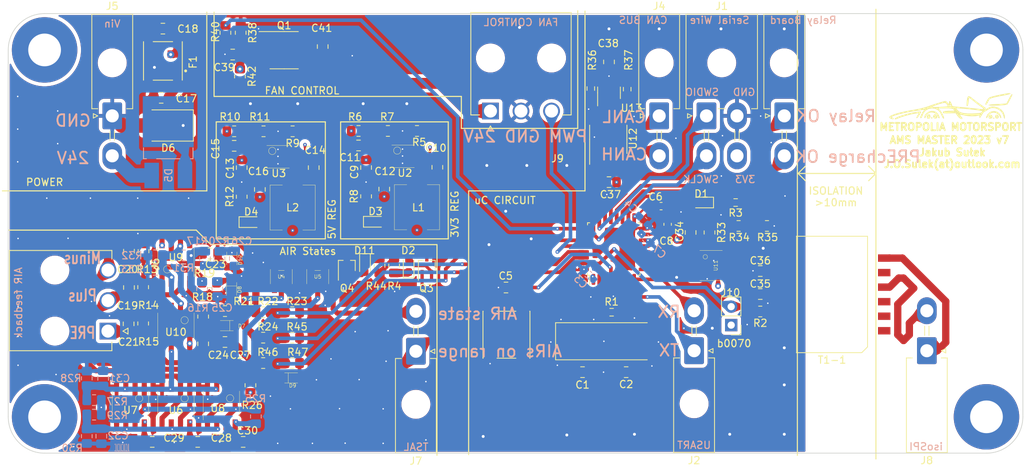
<source format=kicad_pcb>
(kicad_pcb (version 20221018) (generator pcbnew)
  (title_block (title "AMS Master by Jakub Sułek") (rev "7"))
  (layers (0 "F.Cu" signal) (1 "In1.Cu" power) (2 "In2.Cu" power) (31 "B.Cu" signal) (34 "B.Paste" user) (35 "F.Paste" user) (36 "B.SilkS" user "B.Silkscreen") (37 "F.SilkS" user "F.Silkscreen") (38 "B.Mask" user) (39 "F.Mask" user) (44 "Edge.Cuts" user))
  (net 0 "")
  (net 1 "Net-(U1-PF0)")
  (net 2 "GND")
  (net 3 "Net-(C2-Pad1)")
  (net 4 "+3V3")
  (net 5 "Net-(U1-PG10)")
  (net 6 "+24V")
  (net 7 "Net-(U2-BOOST)")
  (net 8 "Net-(U2-SW)")
  (net 9 "Net-(U2-FB{slash}Vout)")
  (net 10 "Net-(U3-BOOST)")
  (net 11 "Net-(U3-SW)")
  (net 12 "+5V")
  (net 13 "Net-(U3-FB{slash}Vout)")
  (net 14 "Net-(D5-K)")
  (net 15 "Net-(C18-Pad2)")
  (net 16 "/AIR State for AMS/AIR PLUS")
  (net 17 "/AIR State for AMS/AIR MINUS")
  (net 18 "/AIR State for AMS/AIR PRE")
  (net 19 "overrange")
  (net 20 "underrange")
  (net 21 "/AIR State for AMS/AIR Plus")
  (net 22 "Net-(C36-Pad1)")
  (net 23 "Net-(C38-Pad1)")
  (net 24 "Net-(D1-K)")
  (net 25 "Net-(D1-A)")
  (net 26 "Net-(D2-K)")
  (net 27 "Net-(D2-A)")
  (net 28 "Net-(D3-K)")
  (net 29 "Net-(D4-K)")
  (net 30 "+VDC")
  (net 31 "/CAN Tranceiver/CANL")
  (net 32 "/CAN Tranceiver/CANH")
  (net 33 "Net-(D11-K)")
  (net 34 "Net-(D11-A)")
  (net 35 "Net-(J2-Pin_1)")
  (net 36 "Net-(J2-Pin_2)")
  (net 37 "Net-(J3-Pin_1)")
  (net 38 "Net-(J3-Pin_2)")
  (net 39 "Net-(R16-Pad2)")
  (net 40 "Net-(R17-Pad2)")
  (net 41 "Net-(R18-Pad2)")
  (net 42 "/IsoSPI Tranceiver/MISO")
  (net 43 "/Fan Control/Fan Control Power")
  (net 44 "Net-(J10-Pin_2)")
  (net 45 "/IsoSPI Tranceiver/CS*")
  (net 46 "/IsoSPI Tranceiver/SPCK")
  (net 47 "/IsoSPI Tranceiver/MOSI")
  (net 48 "Net-(Q1A-G)")
  (net 49 "/CAN Tranceiver/CANRX")
  (net 50 "/CAN Tranceiver/CANTX")
  (net 51 "Net-(Q1B-G)")
  (net 52 "Net-(U4-Pad4)")
  (net 53 "Net-(U1-PF1)")
  (net 54 "Net-(U2-RT)")
  (net 55 "Net-(U3-RT)")
  (net 56 "Net-(U11-IBIAS)")
  (net 57 "Net-(U11-ICMP)")
  (net 58 "Net-(U11-IP)")
  (net 59 "Net-(U11-IM)")
  (net 67 "Net-(J1-Pin_1)")
  (net 68 "Net-(J1-Pin_3)")
  (net 69 "/AIR State for AMS/AIR Detection/Air plus state")
  (net 70 "/AIR State for AMS/AIR Detection/Air minus state")
  (net 71 "/AIR State for AMS/AIR Detection/Air pre state")
  (net 72 "Net-(U10B-+)")
  (net 73 "/AIR State for AMS/AIR Minus")
  (net 74 "/AIR State for AMS/AIR Pre")
  (net 75 "closed")
  (net 76 "/Fan Control/24V for Fans")
  (net 77 "/AIR State for AMS/AIRs on range")
  (net 78 "/AIR State for AMS/AIRs state")
  (net 79 "/IsoSPI Tranceiver/SPI High")
  (net 80 "/IsoSPI Tranceiver/SPI Low")
  (net 81 "/Fan Control/5V PWM for Fans")
  (footprint "Capacitor_SMD:C_0805_2012Metric_Pad1.18x1.45mm_HandSolder" (layer "F.Cu") (at 183.1025 109.035 180)
    (fp_text reference "C36")
    (fp_text value "30pF")
  )
  (footprint "Metropolia Motorsport:SOD-323" (layer "F.Cu") (at 110.45 107.3 -90)
    (fp_text reference "D12")
    (fp_text value "5.1V" hide)
  )
  (footprint "Resistor_SMD:R_0805_2012Metric_Pad1.20x1.40mm_HandSolder" (layer "F.Cu") (at 114.75 121.7 180)
    (fp_text reference "R46")
    (fp_text value "6k")
  )
  (footprint "Resistor_SMD:R_0805_2012Metric_Pad1.20x1.40mm_HandSolder" (layer "F.Cu") (at 132.75 108.3 90)
    (fp_text reference "R4")
    (fp_text value "470")
  )
  (footprint "Capacitor_SMD:C_0805_2012Metric_Pad1.18x1.45mm_HandSolder" (layer "F.Cu") (at 148.1375 111.3 180)
    (fp_text reference "C5")
    (fp_text value "100nF")
  )
  (footprint "LED_SMD:LED_0603_1608Metric_Pad1.05x0.95mm_HandSolder" (layer "F.Cu") (at 175.0125 99.6 180)
    (fp_text reference "D1")
    (fp_text value "KT-0603R")
  )
  (footprint "Connector_Molex:Molex_Mini-Fit_Jr_5569-03A4_1x03_P4.20mm_Horizontal" (layer "F.Cu") (at 146 87.01225 180)
    (fp_text reference "J9")
    (fp_text value "Molex 39303036")
  )
  (footprint "MountingHole:MountingHole_4.5mm_Pad" (layer "F.Cu") (at 214.2 129.1)
    (fp_text reference "REF**" hide)
    (fp_text value "MountingHole_4.5mm_Pad" hide)
  )
  (footprint "Capacitor_SMD:C_0805_2012Metric_Pad1.18x1.45mm_HandSolder" (layer "F.Cu") (at 122.935 78.135 90)
    (fp_text reference "C41")
    (fp_text value "100nF")
  )
  (footprint "Metropolia Motorsport:SOIC-8" (layer "F.Cu") (at 102.75 116.8 180)
    (fp_text reference "U10")
    (fp_text value "LM293" hide)
  )
  (footprint "Capacitor_SMD:C_0805_2012Metric_Pad1.18x1.45mm_HandSolder" (layer "F.Cu") (at 105.75 132.55)
    (fp_text reference "C28")
    (fp_text value "100nF")
  )
  (footprint "Resistor_SMD:R_0603_1608Metric_Pad0.98x0.95mm_HandSolder" (layer "F.Cu") (at 159.8 83.9125 90)
    (fp_text reference "R36")
    (fp_text value "60")
  )
  (footprint "LED_SMD:LED_0603_1608Metric_Pad1.05x0.95mm_HandSolder" (layer "F.Cu") (at 134.75 108.3 90)
    (fp_text reference "D2")
    (fp_text value "KT-0603R")
  )
  (footprint "Metropolia Motorsport:SOT-753" (layer "F.Cu") (at 117.25 109.8 90)
    (fp_text reference "U4")
    (fp_text value "OR-gate" hide)
  )
  (footprint "LED_SMD:LED_0603_1608Metric_Pad1.05x0.95mm_HandSolder" (layer "F.Cu") (at 113.1 102.3)
    (fp_text reference "D4")
    (fp_text value "KT-0603R")
  )
  (footprint "Metropolia Motorsport:SOIC-8" (layer "F.Cu") (at 109 127.55 180)
    (fp_text reference "U8")
    (fp_text value "LM293" hide)
  )
  (footprint "Metropolia Motorsport:formula_logo" (layer "F.Cu") (at 209.3 86.3)
    (fp_text reference "G***" hide)
    (fp_text value "LOGO" hide)
  )
  (footprint "Capacitor_SMD:C_0805_2012Metric_Pad1.18x1.45mm_HandSolder" (layer "F.Cu") (at 164.66 122.95 180)
    (fp_text reference "C2")
    (fp_text value "30pF")
  )
  (footprint "Capacitor_SMD:C_0805_2012Metric_Pad1.18x1.45mm_HandSolder" (layer "F.Cu") (at 183.1 112.2)
    (fp_text reference "C35")
    (fp_text value "100nF")
  )
  (footprint "Resistor_SMD:R_0805_2012Metric_Pad1.20x1.40mm_HandSolder" (layer "F.Cu") (at 107.35 110.6 180)
    (fp_text reference "R19")
    (fp_text value "33k")
  )
  (footprint "Capacitor_SMD:C_0805_2012Metric_Pad1.18x1.45mm_HandSolder" (layer "F.Cu") (at 138.7 94.75 -90)
    (fp_text reference "C10")
    (fp_text value "0.22uF" hide)
  )
  (footprint "Capacitor_SMD:C_0805_2012Metric_Pad1.18x1.45mm_HandSolder" (layer "F.Cu") (at 112 132.55)
    (fp_text reference "C30")
    (fp_text value "100nF")
  )
  (footprint "Metropolia Motorsport:LT3970" (layer "F.Cu") (at 116.8 93.3)
    (fp_text reference "U3")
    (fp_text value "LT3970" hide)
  )
  (footprint "Capacitor_SMD:C_0805_2012Metric_Pad1.18x1.45mm_HandSolder" (layer "F.Cu") (at 100.7325 85.19 180)
    (fp_text reference "C17")
    (fp_text value "10nF")
  )
  (footprint "Capacitor_SMD:C_0805_2012Metric_Pad1.18x1.45mm_HandSolder" (layer "F.Cu") (at 173.52 103.725 90)
    (fp_text reference "C34")
    (fp_text value "100nF")
  )
  (footprint "Capacitor_SMD:C_0805_2012Metric_Pad1.18x1.45mm_HandSolder" (layer "F.Cu") (at 96.3 111.3 -90)
    (fp_text reference "C19")
    (fp_text value "100nF")
  )
  (footprint "Resistor_SMD:R_0805_2012Metric_Pad1.20x1.40mm_HandSolder" (layer "F.Cu") (at 176.12 103.725 -90)
    (fp_text reference "R33")
    (fp_text value "1.21k")
  )
  (footprint "MountingHole:MountingHole_4.5mm_Pad" (layer "F.Cu") (at 84.7 78.6)
    (fp_text reference "REF**" hide)
    (fp_text value "MountingHole_4.5mm_Pad" hide)
  )
  (footprint "Resistor_SMD:R_0805_2012Metric_Pad1.20x1.40mm_HandSolder" (layer "F.Cu") (at 111.56 82.235 -90)
    (fp_text reference "R42")
    (fp_text value "10k")
  )
  (footprint "Resistor_SMD:R_0805_2012Metric_Pad1.20x1.40mm_HandSolder" (layer "F.Cu") (at 111.8 98.799999 90)
    (fp_text reference "R12")
    (fp_text value "470")
  )
  (footprint "Resistor_SMD:R_0805_2012Metric_Pad1.20x1.40mm_HandSolder" (layer "F.Cu") (at 127.8625 89.75)
    (fp_text reference "R6")
    (fp_text value "1M" hide)
  )
  (footprint "Capacitor_SMD:C_0805_2012Metric_Pad1.18x1.45mm_HandSolder" (layer "F.Cu") (at 131.4 97.750001 90)
    (fp_text reference "C12")
    (fp_text value "22uF" hide)
  )
  (footprint "Capacitor_SMD:C_0603_1608Metric_Pad1.08x0.95mm_HandSolder" (layer "F.Cu") (at 169.46 100.1)
    (fp_text reference "C6")
    (fp_text value "4.7uF")
  )
  (footprint "Connector_Molex:Molex_Mini-Fit_Jr_5569-02A2_2x01_P4.20mm_Horizontal" (layer "F.Cu") (at 174 120 180)
    (fp_text reference "J2")
    (fp_text value "Molex 26-01-3127")
  )
  (footprint "Resistor_SMD:R_0805_2012Metric_Pad1.20x1.40mm_HandSolder" (layer "F.Cu") (at 110.7625 89.8)
    (fp_text reference "R10")
    (fp_text value "1M")
  )
  (footprint "Capacitor_SMD:C_0805_2012Metric_Pad1.18x1.45mm_HandSolder" (layer "F.Cu") (at 107.45 106.6)
    (fp_text reference "C23")
    (fp_text value "100nF")
  )
  (footprint "Capacitor_SMD:C_0603_1608Metric_Pad1.08x0.95mm_HandSolder" (layer "F.Cu") (at 170.36 102.6 90)
    (fp_text reference "C8")
    (fp_text value "1uF")
  )
  (footprint "Resistor_SMD:R_0805_2012Metric_Pad1.20x1.40mm_HandSolder" (layer "F.Cu") (at 98.25 111.25 -90)
    (fp_text reference "R14")
    (fp_text value "10K")
  )
  (footprint "Resistor_SMD:R_0805_2012Metric_Pad1.20x1.40mm_HandSolder" (layer "F.Cu") (at 130.75 108.3 -90)
    (fp_text reference "R44")
    (fp_text value "470")
  )
  (footprint "Capacitor_SMD:C_0805_2012Metric_Pad1.18x1.45mm_HandSolder" (layer "F.Cu") (at 99.5 132.55)
    (fp_text reference "C29")
    (fp_text value "100nF")
  )
  (footprint "Resistor_SMD:R_0805_2012Metric_Pad1.20x1.40mm_HandSolder" (layer "F.Cu") (at 106.5 115.3 90)
    (fp_text reference "R18")
    (fp_text value "33k")
  )
  (footprint "Resistor_SMD:R_0805_2012Metric_Pad1.20x1.40mm_HandSolder" (layer "F.Cu") (at 114.75 118.2 180)
    (fp_text reference "R24")
    (fp_text value "6k")
  )
  (footprint "Package_TO_SOT_SMD:SOT-23-3" (layer "F.Cu") (at 162.3 84.5 90)
    (fp_text reference "U13")
    (fp_text value "ESDCAN24-2BLY")
  )
  (footprint "Metropolia Motorsport:SOIC-8" (layer "F.Cu") (at 96.5 127.55 180)
    (fp_text reference "U7")
    (fp_text value "LM293" hide)
  )
  (footprint "Resistor_SMD:R_0805_2012Metric_Pad1.20x1.40mm_HandSolder" (layer "F.Cu") (at 118.75 114.7 180)
    (fp_text reference "R23")
    (fp_text value "11k")
  )
  (footprint "Resistor_SMD:R_0805_2012Metric_Pad1.20x1.40mm_HandSolder" (layer "F.Cu") (at 180.12 102.825)
    (fp_text reference "R34")
    (fp_text value "1k")
  )
  (footprint "Capacitor_SMD:C_0805_2012Metric_Pad1.18x1.45mm_HandSolder" (layer "F.Cu") (at 100.965 75.665 180)
    (fp_text reference "C18")
    (fp_text value "10uF")
  )
  (footprint "Metropolia Motorsport:SLF7045T" (layer "F.Cu") (at 118.8 100.3 -90)
    (fp_text reference "L2")
    (fp_text value "22uH" hide)
  )
  (footprint "Capacitor_SMD:C_0805_2012Metric_Pad1.18x1.45mm_HandSolder" (layer "F.Cu") (at 162.3 80.25 -90)
    (fp_text reference "C38")
    (fp_text value "4.7nF")
  )
  (footprint "Connector_Molex:Molex_Mini-Fit_Jr_5569-02A2_2x01_P4.20mm_Horizontal" (layer "F.Cu") (at 169.2 87.675)
    (fp_text reference "J4")
    (fp_text value "Molex 26-01-3127")
  )
  (footprint "LED_SMD:LED_0603_1608Metric_Pad1.05x0.95mm_HandSolder" (layer "F.Cu") (at 128.75 108.3 -90)
    (fp_text reference "D11")
    (fp_text value "KT-0603R")
  )
  (footprint "Transformer_SMD:SM91501AL-E" (layer "F.Cu") (at 194.1 112.25 90)
    (fp_text reference "T1-1")
    (fp_text value "SM91501AL-E")
  )
  (footprint "Connector_Molex:Molex_Mini-Fit_Jr_5569-04A2_2x02_P4.20mm_Horizontal" (layer "F.Cu") (at 175.7 87.675)
    (fp_text reference "J1")
    (fp_text value "Molex 39301040")
  )
  (footprint "Metropolia Motorsport:ltc6820" (layer "F.Cu") (at 176.34 108.275 -90)
    (fp_text reference "U11")
    (fp_text value "LTC6820" hide)
  )
  (footprint "Resistor_SMD:R_0805_2012Metric_Pad1.20x1.40mm_HandSolder" (layer "F.Cu") (at 184.02 102.825)
    (fp_text reference "R35")
    (fp_text value "1k")
  )
  (footprint "Connector_Molex:Molex_Mini-Fit_Jr_5569-03A4_1x03_P4.20mm_Horizontal" (layer "F.Cu") (at 93.41225 117.3 -90)
    (fp_text reference "J6")
    (fp_text value "Molex 39303036")
  )
  (footprint "Metropolia Motorsport:SOIC-8" (layer "F.Cu") (at 102.75 127.55 180)
    (fp_text reference "U6")
    (fp_text value "LM293" hide)
  )
  (footprint "Resistor_SMD:R_0805_2012Metric_Pad1.20x1.40mm_HandSolder" (layer "F.Cu") (at 118.75 118.2 180)
    (fp_text reference "R45")
    (fp_text value "11k")
  )
  (footprint "Connector_Molex:Molex_Mini-Fit_Jr_5569-02A2_2x01_P4.20mm_Horizontal" (layer "F.Cu") (at 94 87.675)
    (fp_text reference "J5")
    (fp_text value "Molex 26-01-3127")
  )
  (footprint "Metropolia Motorsport:SOD-323" (layer "F.Cu") (at 110.4 111.5 -90)
    (fp_text reference "D8")
    (fp_text value "5.1V" hide)
  )
  (footprint "Metropolia Motorsport:SOD-323" (layer "F.Cu") (at 109.75 116.55 180)
    (fp_text reference "D7")
    (fp_text value "5.1V" hide)
  )
  (footprint "Capacitor_SMD:C_0805_2012Metric_Pad1.18x1.45mm_HandSolder" (layer "F.Cu") (at 158.66 122.95)
    (fp_text reference "C1")
    (fp_text value "30pF" hide)
  )
  (footprint "Connector_PinHeader_2.54mm:PinHeader_1x02_P2.54mm_Vertical" (layer "F.Cu") (at 179.1 116.475 180)
    (fp_text reference "J10")
    (fp_text value "Header")
  )
  (footprint "Resistor_SMD:R_0805_2012Metric_Pad1.20x1.40mm_HandSolder" (layer "F.Cu") (at 128.9 98.75 90)
    (fp_text reference "R8")
    (fp_text value "330" hide)
  )
  (footprint "Package_TO_SOT_SMD:SOT-323_SC-70_Handsoldering" (layer "F.Cu") (at 126.25 108.3 90)
    (fp_text reference "Q4")
    (fp_text value "BSS123")
  )
  (footprint "Button_Switch_SMD:SW_Push_1P1T_NO_6x6mm_H9.5mm" (layer "F.Cu") (at 148.2 117.8 90)
    (fp_text reference "SW1" hide)
    (fp_text value "CS11024.3F160")
  )
  (footprint "Capacitor_SMD:C_0805_2012Metric_Pad1.18x1.45mm_HandSolder" (layer "F.Cu") (at 128.9 94.7875 -90)
    (fp_text reference "C9")
    (fp_text value "2.2uF" hide)
  )
  (footprint "Resistor_SMD:R_0603_1608Metric_Pad0.98x0.95mm_HandSolder" (layer "F.Cu") (at 179.7125 99.6 180)
    (fp_text reference "R3")
    (fp_text value "331")
  )
  (footprint "Resistor_SMD:R_0805_2012Metric_Pad1.20x1.40mm_HandSolder" (layer "F.Cu") (at 183.1 114.6 180)
    (fp_text reference "R2")
    (fp_text value "10k")
  )
  (footprint "Capacitor_SMD:C_0805_2012Metric_Pad1.18x1.45mm_HandSolder" (layer "F.Cu") (at 127.8625 91.75)
    (fp_text reference "C11")
    (fp_text value "22pF" hide)
  )
  (footprint "Resistor_SMD:R_0805_2012Metric_Pad1.20x1.40mm_HandSolder" (layer "F.Cu") (at 118.8 89.8 180)
    (fp_text reference "R9")
    (fp_text value "226k")
  )
  (footprint "Resistor_SMD:R_0805_2012Metric_Pad1.20x1.40mm_HandSolder" (layer "F.Cu") (at 114.8 89.8)
    (fp_text reference "R11")
    (fp_text value "316k")
  )
  (footprint "Diode_SMD:D_SMB" (layer "F.Cu") (at 101.6 89 180)
    (fp_text reference "D6")
    (fp_text value "SMBJ26A\n")
  )
  (footprint "Resistor_SMD:R_0805_2012Metric_Pad1.20x1.40mm_HandSolder" (layer "F.Cu") (at 109.56 76.235 -90)
    (fp_text reference "R38")
    (fp_text value "330")
  )
  (footprint "Resistor_SMD:R_0805_2012Metric_Pad1.20x1.40mm_HandSolder" (layer "F.Cu") (at 113 124.75 -90)
    (fp_text reference "R26")
    (fp_text value "22k")
  )
  (footprint "Capacitor_SMD:C_0805_2012Metric_Pad1.18x1.45mm_HandSolder" (layer "F.Cu") (at 121.7 94.8 -90)
    (fp_text reference "C14")
    (fp_text value "0.22uF")
  )
  (footprint "Resistor_SMD:R_0603_1608Metric_Pad0.98x0.95mm_HandSolder" (layer "F.Cu") (at 162.66 114.7)
    (fp_text reference "R1")
    (fp_text value "331")
  )
  (footprint "Resistor_SMD:R_0805_2012Metric_Pad1.20x1.40mm_HandSolder" (layer "F.Cu") (at 98.3 106.3 90)
    (fp_text reference "R13")
    (fp_text value "10K")
  )
  (footprint "Resistor_SMD:R_0805_2012Metric_Pad1.20x1.40mm_HandSolder" (layer "F.Cu") (at 111.66 76.235 90)
    (fp_text reference "R40")
    (fp_text value "10k")
  )
  (footprint "Connector_Molex:Molex_Mini-Fit_Jr_5569-02A2_2x01_P4.20mm_Horizontal" (layer "F.Cu") (at 205.999293 120.000707 180)
    (fp_text reference "J8")
    (fp_text value "Molex 26-01-3127")
  )
  (footprint "Metropolia Motorsport:SOD-323" (layer "F.Cu") (at 118.6 123.75)
    (fp_text reference "D9")
    (fp_text value "5.1V" hide)
  )
  (footprint "Resistor_SMD:R_0805_2012Metric_Pad1.20x1.40mm_HandSolder" (layer "F.Cu") (at 135.9 89.75 180)
    (fp_text reference "R5")
    (fp_text value "220k" hide)
  )
  (footprint "Metropolia Motorsport:SLF7045T" (layer "F.Cu") (at 135.9 100.25 -90)
    (fp_text reference "L1")
    (fp_text value "22uH" hide)
  )
  (footprint "Capacitor_SMD:C_0805_2012Metric_Pad1.18x1.45mm_HandSolder" (layer "F.Cu") (at 106.5 119.05 -90)
    (fp_text reference "C24")
    (fp_text value "100nF")
  )
  (footprint "Package_SO:SOIC-8_3.9x4.9mm_P1.27mm" (layer "F.Cu") (at 162.2 90.9 90)
    (fp_text reference "U12")
    (fp_text value "SN65HVD230")
  )
  (footprint "Metropolia Motorsport:LT3970" (layer "F.Cu") (at 133.985 93.25)
    (fp_text reference "U2")
    (fp_text value "LT3970" hide)
  )
  (footprint "Resistor_SMD:R_0603_1608Metric_Pad0.98x0.95mm_HandSolder" (layer "F.Cu") (at 164.8 84 -90)
    (fp_text reference "R37")
    (fp_text value "60")
  )
  (footprint "Capacitor_SMD:C_0805_2012Metric_Pad1.18x1.45mm_HandSolder" (layer "F.Cu") (at 96.3 106.3 90)
    (fp_text reference "C20")
    (fp_text value "100nF")
  )
  (footprint "Resistor_SMD:R_0805_2012Metric_Pad1.20x1.40mm_HandSolder" (layer "F.Cu") (at 118.75 121.7 180)
    (fp_text reference "R47")
    (fp_text value "11k")
  )
  (footprint "MountingHole:MountingHole_4.5mm_Pad" (layer "F.Cu") (at 214.2 78.6)
    (fp_text reference "REF**" hide)
    (fp_text value "MountingHole_4.5mm_Pad" hide)
  )
  (footprint "LED_SMD:LED_0603_1608Metric_Pad1.05x0.95mm_HandSolder" (layer "F.Cu") (at 130.2 102.25)
    (fp_text reference "D3")
    (fp_text value "KT-0603R")
  )
  (footprint "Package_SO:SOIC-8_3.9x4.9mm_P1.27mm" (layer "F.Cu") (at 117.635 78.635)
    (fp_text reference "Q1")
    (fp_text value "AO4612")
  )
  (footprint "Connector_Molex:Molex_Mini-Fit_Jr_5569-02A2_2x01_P4.20mm_Horizontal" (layer "F.Cu") (at 135.749293 120.075707 180)
    (fp_text reference "J7")
    (fp_text value "Molex 26-01-3127")
  )
  (footprint "Crystal:Crystal_SMD_HC49-SD" (layer "F.Cu") (at 161.66 118.7)
    (fp_text reference "Y1" hide)
    (fp_text value "16MHz Crystal ")
  )
  (footprint "Capacitor_SMD:C_0805_2012Metric_Pad1.18x1.45mm_HandSolder" (layer "F.Cu") (at 110.56 79.235 180)
    (fp_text reference "C39")
    (fp_text value "100nF")
  )
  (footprint "Metropolia Motorsport:SOIC-8" (layer "F.Cu") (at 102.75 107.8)
    (fp_text reference "U9")
    (fp_text value "LM293" hide)
  )
  (footprint "Connector_Molex:Molex_Mini-Fit_Jr_5569-02A2_2x01_P4.20mm_Horizontal" (layer "F.Cu") (at 186.4 87.675)
    (fp_text reference "J3" hide)
    (fp_text value "Molex 26-01-3127")
  )
  (footprint "Resistor_SMD:R_0805_2012Metric_Pad1.20x1.40mm_HandSolder" (layer "F.Cu") (at 114.75 114.7 180)
    (fp_text reference "R22")
    (fp_text value "6k")
  )
  (footprint "Capacitor_SMD:C_0805_2012Metric_Pad1.18x1.45mm_HandSolder" (layer "F.Cu") (at 110.7625 91.8)
    (fp_text reference "C15")
    (fp_text value "22pF")
  )
  (footprint "Package_TO_SOT_SMD:SOT-323_SC-70_Handsoldering" (layer "F.Cu") (at 137.25 108.3 90)
    (fp_text reference "Q3")
    (fp_text value "BSS123")
  )
  (footprint "Capacitor_SMD:C_0805_2012Metric_Pad1.18x1.45mm_HandSolder" (layer "F.Cu") (at 111.8 94.8 -90)
    (fp_text reference "C13")
    (fp_text value "2.2uF" hide)
  )
  (footprint "Capacitor_SMD:C_0805_2012Metric_Pad1.18x1.45mm_HandSolder" (layer "F.Cu") (at 109.5 118.8)
    (fp_text reference "C27")
    (fp_text value "100nF")
  )
  (footprint "Capacitor_SMD:C_0805_2012Metric_Pad1.18x1.45mm_HandSolder" (layer "F.Cu") (at 114.3 97.800001 90)
    (fp_text reference "C16")
    (fp_text value "22uF")
  )
  (footprint "Filter:DLW5BTM501TQ2L" (layer "F.Cu") (at 100.965 80.11 -90)
    (fp_text reference "F1")
    (fp_text value "DLW5BTM501TQ2L")
  )
  (footprint "Capacitor_SMD:C_0805_2012Metric_Pad1.18x1.45mm_HandSolder" (layer "F.Cu") (at 96.25 116.3 -90)
    (fp_text reference "C21")
    (fp_text value "100nF")
  )
  (footprint "Resistor_SMD:R_0805_2012Metric_Pad1.20x1.40mm_HandSolder" (layer "F.Cu") (at 109.5 114.55 180)
    (fp_text reference "R21")
    (fp_text value "33k")
  )
  (footprint "Capacitor_SMD:C_0805_2012Metric_Pad1.18x1.45mm_HandSolder" (layer "F.Cu") (at 162.3 96.8)
    (fp_text reference "C37")
    (fp_text value "100nF")
  )
  (footprint "Metropolia Motorsport:SOT-753" (layer "F.Cu") (at 122.25 109.8 90)
    (fp_text reference "U5")
    (fp_text value "NOR-gate" hide)
  )
  (footprint "Package_QFP:LQFP-32_7x7mm_P0.8mm" (layer "F.Cu") (at 162.96 106 90)
    (fp_text reference "U1" hide)
    (fp_text value "STM32G431KBTx")
  )
  (footprint "Resistor_SMD:R_0805_2012Metric_Pad1.20x1.40mm_HandSolder" (layer "F.Cu") (at 98.25 116.25 -90)
    (fp_text reference "R15")
    (fp_text value "10K")
  )
  (footprint "Resistor_SMD:R_0805_2012Metric_Pad1.20x1.40mm_HandSolder" (layer "F.Cu") (at 131.9 89.75)
    (fp_text reference "R7")
    (fp_text value "576k" hide)
  )
  (footprint "MountingHole:MountingHole_4.5mm_Pad" (layer "F.Cu") (at 84.7 129.1)
    (fp_text reference "REF**" hide)
    (fp_text value "MountingHole_4.5mm_Pad" hide)
  )
  (footprint "Capacitor_SMD:C_0603_1608Metric_Pad1.08x0.95mm_HandSolder" (layer "B.Cu") (at 159.46 109.5 135)
    (fp_text reference "C3")
    (fp_text value "100nF")
  )
  (footprint "Package_TO_SOT_SMD:TO-252-2_TabPin1" (layer "B.Cu") (at 101.7 91.3 90)
    (fp_text reference "D5")
    (fp_text value "STPS5L25B-TR")
  )
  (footprint "Resistor_SMD:R_0805_2012Metric_Pad1.20x1.40mm_HandSolder" (layer "B.Cu") (at 113.75 129.05 -90)
    (fp_text reference "R25")
    (fp_text value "22k")
  )
  (footprint "Capacitor_SMD:C_0603_1608Metric_Pad1.08x0.95mm_HandSolder" (layer "B.Cu") (at 167.05012 102.09012 -45)
    (fp_text reference "C4")
    (fp_text value "100nF")
  )
  (footprint "Resistor_SMD:R_0805_2012Metric_Pad1.20x1.40mm_HandSolder" (layer "B.Cu") (at 106.75 107.3 -90)
    (fp_text reference "R17")
    (fp_text value "33k")
  )
  (footprint "Capacitor_SMD:C_0603_1608Metric_Pad1.08x0.95mm_HandSolder" (layer "B.Cu") (at 167.36988 104.50988 -45)
    (fp_text reference "C7")
    (fp_text value "10nF")
  )
  (footprint "Resistor_SMD:R_0805_2012Metric_Pad1.20x1.40mm_HandSolder" (layer "B.Cu") (at 99.9125 106.8625 180)
    (fp_text reference "R32")
    (fp_text value "13k")
  )
  (footprint "Capacitor_SMD:C_0805_2012Metric_Pad1.18x1.45mm_HandSolder" (layer "B.Cu") (at 92.5 131.7625 -90)
    (fp_text reference "C32")
    (fp_text value "100nF")
  )
  (footprint "Resistor_SMD:R_0805_2012Metric_Pad1.20x1.40mm_HandSolder" (layer "B.Cu") (at 108.75 107.3 -90)
    (fp_text reference "R20")
    (fp_text value "33k")
  )
  (footprint "Capacitor_SMD:C_0805_2012Metric_Pad1.18x1.45mm_HandSolder" (layer "B.Cu") (at 110.85 107.3 90)
    (fp_text reference "C26")
    (fp_text value "100nF")
  )
  (footprint "Resistor_SMD:R_0805_2012Metric_Pad1.20x1.40mm_HandSolder" (layer "B.Cu") (at 91.5 126.8 180)
    (fp_text reference "R27")
    (fp_text value "2.2k")
  )
  (footprint "Resistor_SMD:R_0805_2012Metric_Pad1.20x1.40mm_HandSolder" (layer "B.Cu") (at 90.5 131.7625 -90)
    (fp_text reference "R30")
    (fp_text value "9.1k")
  )
  (footprint "Capacitor_SMD:C_0805_2012Metric_Pad1.18x1.45mm_HandSolder" (layer "B.Cu") (at 92.75 123.8 90)
    (fp_text reference "C31")
    (fp_text value "100nF")
  )
  (footprint "Resistor_SMD:R_0805_2012Metric_Pad1.20x1.40mm_HandSolder" (layer "B.Cu") (at 90.5 123.8 90)
    (fp_text reference "R28")
    (fp_text value "22k")
  )
  (footprint "Capacitor_SMD:C_0805_2012Metric_Pad1.18x1.45mm_HandSolder" (layer "B.Cu") (at 99.9125 108.8625 180)
    (fp_text reference "C33")
    (fp_text value "100nF")
  )
  (footprint "Resistor_SMD:R_0805_2012Metric_Pad1.20x1.40mm_HandSolder" (layer "B.Cu") (at 103.825 106.875 180)
    (fp_text reference "R31")
    (fp_text value "11k")
  )
  (footprint "Resistor_SMD:R_0805_2012Metric_Pad1.20x1.40mm_HandSolder" (layer "B.Cu") (at 91.5 128.8 180)
    (fp_text reference "R29")
    (fp_text value "15k")
  )
  (footprint "Resistor_SMD:R_0805_2012Metric_Pad1.20x1.40mm_HandSolder" (layer "B.Cu") (at 106.35 111.5 90)
    (fp_text reference "R16")
    (fp_text value "33k")
  )
  (footprint "Capacitor_SMD:C_0805_2012Metric_Pad1.18x1.45mm_HandSolder" (layer "B.Cu") (at 108.45 111.5 90)
    (fp_text reference "C25")
    (fp_text value "100nF")
  )
  (gr_line locked (start 108 85) (end 142 85) (stroke (width 0.154)) (layer "F.SilkS"))
  (gr_line locked (start 159 98) (end 143 98) (stroke (width 0.154)) (layer "F.SilkS"))
  (gr_line locked (start 158 89.4) (end 158 73.2) (stroke (width 0.154)) (layer "F.SilkS"))
  (gr_line locked (start 140.2 88.5) (end 140.2 104.6) (stroke (width 0.154)) (layer "F.SilkS"))
  (gr_line (start 79.75 103.4) (end 105.55 103.4) (stroke (width 0.154)) (layer "F.SilkS"))
  (gr_line locked (start 108.3 88.5) (end 123.3 88.5) (stroke (width 0.154)) (layer "F.SilkS"))
  (gr_line locked (start 125.4 104.6) (end 125.4 88.5) (stroke (width 0.154)) (layer "F.SilkS"))
  (gr_line locked (start 143 98) (end 143 134.3) (stroke (width 0.154)) (layer "F.SilkS"))
  (gr_line locked (start 189.3 94.6) (end 188.3 95.6) (stroke (width 0.154)) (layer "F.SilkS"))
  (gr_line locked (start 107 98) (end 78.9 98) (stroke (width 0.154)) (layer "F.SilkS"))
  (gr_line locked (start 107 73.4) (end 107 98) (stroke (width 0.154)) (layer "F.SilkS"))
  (gr_line (start 138.65 105.4) (end 138.65 134.4) (stroke (width 0.154)) (layer "F.SilkS"))
  (gr_line locked (start 188.2 73.2) (end 188.2 134.4) (stroke (width 0.154)) (layer "F.SilkS"))
  (gr_line locked (start 108 73.4) (end 108 85) (stroke (width 0.154)) (layer "F.SilkS"))
  (gr_line locked (start 199 95.6) (end 198 94.6) (stroke (width 0.154)) (layer "F.SilkS"))
  (gr_line locked (start 142 89.4) (end 158 89.4) (stroke (width 0.154)) (layer "F.SilkS"))
  (gr_line locked (start 140.2 104.6) (end 125.4 104.6) (stroke (width 0.154)) (layer "F.SilkS"))
  (gr_line locked (start 123.3 104.6) (end 108.3 104.6) (stroke (width 0.154)) (layer "F.SilkS"))
  (gr_line (start 127.55 105.4) (end 138.65 105.4) (stroke (width 0.154)) (layer "F.SilkS"))
  (gr_line (start 107.55 105.4) (end 127.55 105.4) (stroke (width 0.154)) (layer "F.SilkS"))
  (gr_line locked (start 198 96.6) (end 199 95.6) (stroke (width 0.154)) (layer "F.SilkS"))
  (gr_line locked (start 188.3 95.6) (end 189.3 96.6) (stroke (width 0.154)) (layer "F.SilkS"))
  (gr_line locked (start 125.4 88.5) (end 140.2 88.5) (stroke (width 0.154)) (layer "F.SilkS"))
  (gr_line locked (start 159 73.25) (end 159 98) (stroke (width 0.154)) (layer "F.SilkS"))
  (gr_line locked (start 199 134.9) (end 199 73) (stroke (width 0.154)) (layer "F.SilkS"))
  (gr_line locked (start 142 85) (end 142 89.4) (stroke (width 0.154)) (layer "F.SilkS"))
  (gr_line locked (start 108.3 104.6) (end 108.3 88.5) (stroke (width 0.154)) (layer "F.SilkS"))
  (gr_line (start 105.55 103.4) (end 107.55 105.4) (stroke (width 0.154)) (layer "F.SilkS"))
  (gr_line (start 188.3 95.6) (end 199 95.6) (stroke (width 0.154)) (layer "F.SilkS"))
  (gr_line locked (start 123.3 88.5) (end 123.3 104.6) (stroke (width 0.154)) (layer "F.SilkS"))
  (gr_line locked (start 214.2 73.6) (end 84.7 73.6) (stroke (width 0.1)) (layer "Edge.Cuts"))
  (gr_line locked (start 214.2 134.1) (end 84.7 134.1) (stroke (width 0.1)) (layer "Edge.Cuts"))
  (gr_arc locked (start 214.2 73.6) (mid 217.735534 75.064466) (end 219.2 78.6) (stroke (width 0.1)) (layer "Edge.Cuts"))
  (gr_arc locked (start 219.2 129.1) (mid 217.735534 132.635534) (end 214.2 134.1) (stroke (width 0.1)) (layer "Edge.Cuts"))
  (gr_arc locked (start 84.7 134.1) (mid 81.164466 132.635534) (end 79.7 129.1) (stroke (width 0.1)) (layer "Edge.Cuts"))
  (gr_line locked (start 219.2 78.6) (end 219.2 129.1) (stroke (width 0.1)) (layer "Edge.Cuts"))
  (gr_line locked (start 79.7 78.6) (end 79.7 129.1) (stroke (width 0.1)) (layer "Edge.Cuts"))
  (gr_arc locked (start 79.7 78.6) (mid 81.164466 75.064466) (end 84.7 73.6) (stroke (width 0.1)) (layer "Edge.Cuts"))
  (gr_text locked "Serial Wire" (at 177.5 74.5) (layer "B.SilkS") (effects (font (size 1 1) (thickness 0.154)) (justify mirror)))
  (gr_text locked "isoSPI" (at 205.9 133.2) (layer "B.SilkS") (effects (font (size 1 1) (thickness 0.154)) (justify mirror)))
  (gr_text locked "FAN CONTROL" (at 150.2 74.8) (layer "B.SilkS") (effects (font (size 1 1) (thickness 0.154)) (justify mirror)))
  (gr_text locked "AIR feedback" (at 81.1 113.4 90) (layer "B.SilkS") (effects (font (size 1 1) (thickness 0.154)) (justify mirror)))
  (gr_text locked "SWDIO" (at 177.5 85) (layer "B.SilkS") (effects (font (size 1 1) (thickness 0.154)) (justify left bottom mirror)))
  (gr_text locked "SWCLK" (at 177.5 97) (layer "B.SilkS") (effects (font (size 1 1) (thickness 0.154)) (justify left bottom mirror)))
  (gr_text locked "CAN BUS" (at 167 74.5) (layer "B.SilkS") (effects (font (size 1 1) (thickness 0.154)) (justify mirror)))
  (gr_text locked "Minus\n\nPlus\n\nPRE" (at 89.9 112.4) (layer "B.SilkS") (effects (font (size 1.6 1.2) (thickness 0.25)) (justify mirror)))
  (gr_text locked "3V3" (at 182.5 97) (layer "B.SilkS") (effects (font (size 1 1) (thickness 0.154)) (justify left bottom mirror)))
  (gr_text locked "GND\n\n24V" (at 88.6 90.9) (layer "B.SilkS") (effects (font (size 1.6 1.6) (thickness 0.25)) (justify mirror)))
  (gr_text locked "RX" (at 170.55 114.65) (layer "B.SilkS") (effects (font (size 1.6 1.6) (thickness 0.25)) (justify mirror)))
  (gr_text locked "GND" (at 182.5 85) (layer "B.SilkS") (effects (font (size 1 1) (thickness 0.154)) (justify left bottom mirror)))
  (gr_text locked "CANL\n\nCANH" (at 164.4 90.4) (layer "B.SilkS") (effects (font (size 1.6 1.6) (thickness 0.25)) (justify mirror)))
  (gr_text locked "Vin" (at 94 75) (layer "B.SilkS") (effects (font (size 1 1) (thickness 0.154)) (justify mirror)))
  (gr_text "AIR state\n\nAIRs on range" (at 138.6 117.5) (layer "B.SilkS") (effects (font (size 1.6 1.6) (thickness 0.25)) (justify right mirror)))
  (gr_text locked "Relay OK" (at 193.5 87.7) (layer "B.SilkS") (effects (font (size 1.6 1.6) (thickness 0.25)) (justify mirror)))
  (gr_text locked "PREcharge OK" (at 196.5 93.3) (layer "B.SilkS") (effects (font (size 1.6 1.6) (thickness 0.25)) (justify mirror)))
  (gr_text "TSAL" (at 135.775 133.25) (layer "B.SilkS") (effects (font (size 1 1) (thickness 0.154)) (justify mirror)))
  (gr_text locked "Relay Board" (at 189 74.5) (layer "B.SilkS") (effects (font (size 1 1) (thickness 0.154)) (justify mirror)))
  (gr_text locked "JLCJLCJLCJLC" (at 95.35 133.375) (layer "B.SilkS") (effects (font (size 1 0.2) (thickness 0.05)) (justify mirror)))
  (gr_text locked "PWM GND 24V " (at 150.2 90.5) (layer "B.SilkS") (effects (font (size 1.6 1.6) (thickness 0.25)) (justify mirror)))
  (gr_text locked "TX" (at 170.55 119.95) (layer "B.SilkS") (effects (font (size 1.6 1.6) (thickness 0.25)) (justify mirror)))
  (gr_text locked "USART" (at 174 133) (layer "B.SilkS") (effects (font (size 1 1) (thickness 0.154)) (justify mirror)))
  (gr_text "AIR States" (at 120.9 106.3) (layer "F.SilkS") (effects (font (size 1 1) (thickness 0.154))))
  (gr_text locked "uC CIRCUIT" (at 148 99.3) (layer "F.SilkS") (effects (font (size 1 1) (thickness 0.154))))
  (gr_text "METROPOLIA MOTORSPORT" (at 209.3 89.2) (layer "F.SilkS") (effects (font (size 1 1) (thickness 0.25))))
  (gr_text locked "5V REG" (at 124.2 101.9 90) (layer "F.SilkS") (effects (font (size 1 1) (thickness 0.154))))
  (gr_text locked "3V3 REG" (at 141.1 101.2 90) (layer "F.SilkS") (effects (font (size 1 1) (thickness 0.154))))
  (gr_text locked "ISOLATION\n>10mm" (at 193.5 98.8) (layer "F.SilkS") (effects (font (size 1 1) (thickness 0.154))))
  (gr_text locked "b0070" (at 179.5 119) (layer "F.SilkS") (effects (font (size 1 1) (thickness 0.154))))
  (gr_text "Jakub Sułek\nJ.O.Sulek(at)outlook.com" (at 209.5 93.5) (layer "F.SilkS") (effects (font (size 1 1) (thickness 0.25))))
  (gr_text locked "POWER" (at 84.7 96.8) (layer "F.SilkS") (effects (font (size 1 1) (thickness 0.154))))
  (gr_text "AMS MASTER 2023 v7" (at 209.1 91) (layer "F.SilkS") (effects (font (size 1 1) (thickness 0.25))))
  (gr_text locked "FAN CONTROL" (at 120.1 84.2) (layer "F.SilkS") (effects (font (size 1 1) (thickness 0.154))))
  (segment (start 157.41 118.7) (end 157.41 122.7375) (width 0.5) (layer "F.Cu") (net 1))
  (segment (start 160.96 113) (end 157.41 116.55) (width 0.5) (layer "F.Cu") (net 1))
  (segment (start 160.96 110.175) (end 160.96 113) (width 0.5) (layer "F.Cu") (net 1))
  (segment (start 157.41 122.7375) (end 157.6225 122.95) (width 0.5) (layer "F.Cu") (net 1))
  (segment (start 157.41 116.55) (end 157.41 118.7) (width 0.5) (layer "F.Cu") (net 1))
  (segment (start 121.50625 75.54) (end 116.35 75.54) (width 0.5) (layer "F.Cu") (net 2))
  (segment (start 180.625 99.6) (end 182.6 99.6) (width 1) (layer "F.Cu") (net 2))
  (segment (start 132.9 89.75) (end 133.9125 89.75) (width 1) (layer "F.Cu") (net 2))
  (segment (start 161.565 93.375) (end 161.565 96.4975) (width 0.5) (layer "F.Cu") (net 2))
  (segment (start 108.75 132.55) (end 108.775 132.575) (width 1) (layer "F.Cu") (net 2))
  (segment (start 171.0375 101.7375) (end 171.9875 102.6875) (width 1) (layer "F.Cu") (net 2))
  (segment (start 99 83.5) (end 99 81.875) (width 1) (layer "F.Cu") (net 2))
  (segment (start 116.35 75.54) (end 115.16 76.73) (width 0.5) (layer "F.Cu") (net 2))
  (segment (start 99.695 84.195) (end 99 83.5) (width 1) (layer "F.Cu") (net 2))
  (segment (start 113.665 75.235) (end 111.66 75.235) (width 0.5) (layer "F.Cu") (net 2))
  (segment (start 163.6225 122.95) (end 161.55 122.95) (width 0.5) (layer "F.Cu") (net 2))
  (segment (start 161.565 93.375) (end 161.565 91.865) (width 0.5) (layer "F.Cu") (net 2))
  (segment (start 114.63 94.3) (end 114.63 93.8) (width 0.28) (layer "F.Cu") (net 2))
  (segment (start 167.135 103.2) (end 167.46 103.2) (width 0.5) (layer "F.Cu") (net 2))
  (segment (start 113.600002 95.8375) (end 114.785491 94.652011) (width 2) (layer "F.Cu") (net 2))
  (segment (start 162.3 83.2) (end 162.3 82.2) (width 1) (layer "F.Cu") (net 2))
  (segment (start 108.4875 107.2875) (end 109.65 108.45) (width 1) (layer "F.Cu") (net 2))
  (segment (start 108.4625 120.0875) (end 108.8125 120.4375) (width 1) (layer "F.Cu") (net 2))
  (segment (start 167.135 103.2) (end 167.135 102.325) (width 0.28) (layer "F.Cu") (net 2))
  (segment (start 130.75 109.3) (end 130.75 109.775) (width 1) (layer "F.Cu") (net 2))
  (segment (start 112.837498 96.762501) (end 111.8 97.799999) (width 2) (layer "F.Cu") (net 2))
  (segment (start 133.9125 94.304022) (end 133.614511 94.602011) (width 2) (layer "F.Cu") (net 2))
  (segment (start 145.95 113.825) (end 145.95 121.775) (width 1) (layer "F.Cu") (net 2))
  (segment (start 167.135 102.325) (end 167.7225 101.7375) (width 0.28) (layer "F.Cu") (net 2))
  (segment (start 178.54 108.025) (end 178.54 107.525) (width 0.28) (layer "F.Cu") (net 2))
  (segment (start 133.9125 94.200001) (end 131.4 96.712501) (width 2) (layer "F.Cu") (net 2))
  (segment (start 99.45 85.435) (end 99.695 85.19) (width 1.5) (layer "F.Cu") (net 2))
  (segment (start 167.135 104.8) (end 167.66 104.8) (width 0.5) (layer "F.Cu") (net 2))
  (segment (start 115.16 76.73) (end 114.115 75.685) (width 0.5) (layer "F.Cu") (net 2))
  (segment (start 116.787502 89.8) (end 116.8 89.8) (width 1) (layer "F.Cu") (net 2))
  (segment (start 108.6 116.55) (end 108.6 118.6625) (width 1) (layer "F.Cu") (net 2))
  (segment (start 116.787502 94.29402) (end 116.429511 94.652011) (width 2) (layer "F.Cu") (net 2))
  (segment (start 130.75 109.775) (end 132.825 111.85) (width 1) (layer "F.Cu") (net 2))
  (segment (start 170.3225 100.1) (end 170.3225 101.7) (width 0.28) (layer "F.Cu") (net 2))
  (segment (start 99.695 85.19) (end 99.695 84.195) (width 1) (layer "F.Cu") (net 2))
  (segment (start 116.787502 92.287502) (end 116.787502 93.25) (width 2) (layer "F.Cu") (net 2))
  (segment (start 108.6 112.65) (end 108.5 112.55) (width 1) (layer "F.Cu") (net 2))
  (segment (start 170.36 101.7375) (end 171.0375 101.7375) (width 1) (layer "F.Cu") (net 2))
  (segment (start 114.115 75.685) (end 113.665 75.235) (width 0.5) (layer "F.Cu") (net 2))
  (segment (start 111.8 95.8375) (end 111.8 97.799999) (width 2) (layer "F.Cu") (net 2))
  (segment (start 95.325 89) (end 94 87.675) (width 2) (layer "F.Cu") (net 2))
  (segment (start 116.429511 94.652011) (end 114.785491 94.652011) (width 2) (layer "F.Cu") (net 2))
  (segment (start 184.1375 113.4625) (end 184.1375 114.5625) (width 1) (layer "F.Cu") (net 2))
  (segment (start 114.785491 94.652011) (end 112.65 96.787502) (width 2) (layer "F.Cu") (net 2))
  (segment (start 185.02 102.02) (end 185.02 102.825) (width 1) (layer "F.Cu") (net 2))
  (segment (start 147.1 111.3) (end 147.1 112.675) (width 1) (layer "F.Cu") (net 2))
  (segment (start 104.655 111.945) (end 104.175 112.425) (width 0.7) (layer "F.Cu") (net 2))
  (segment (start 104.655 110.45) (end 104.655 111.945) (width 0.7) (layer "F.Cu") (net 2))
  (segment (start 114.3 96.762501) (end 112.837498 96.762501) (width 2) (layer "F.Cu") (net 2))
  (segment (start 99.45 89) (end 95.325 89) (width 2) (layer "F.Cu") (net 2))
  (segment (start 161.55 122.95) (end 159.6975 122.95) (width 0.5) (layer "F.Cu") (net 2))
  (segment (start 115.8 89.8) (end 116.787502 89.8) (width 1) (layer "F.Cu") (net 2))
  (segment (start 108.4875 106.6) (end 108.4875 107.2875) (width 1) (layer "F.Cu") (net 2))
  (segment (start 133.614511 94.602011) (end 131.5 94.602011) (width 2) (layer "F.Cu") (net 2))
  (segment (start 161.565 96.4975) (end 161.2625 96.8) (width 0.5) (layer "F.Cu") (net 2))
  (segment (start 170.3225 101.7) (end 170.36 101.7375) (width 0.28) (layer "F.Cu") (net 2))
  (segment (start 133.9125 94.200001) (end 133.9125 94.304022) (width 2) (layer "F.Cu") (net 2))
  (segment (start 122.935 77.0975) (end 122.935 76.96875) (width 0.5) (layer "F.Cu") (net 2))
  (segment (start 128.9 95.825) (end 130.512499 95.825) (width 2) (layer "F.Cu") (net 2))
  (segment (start 106.7875 132.55) (end 108.75 132.55) (width 1) (layer "F.Cu") (net 2))
  (segment (start 116.787502 89.8) (end 116.787502 92.287502) (width 2) (layer "F.Cu") (net 2))
  (segment (start 129.937499 96.164512) (end 129.937499 96.712501) (width 2) (layer "F.Cu") (net 2))
  (segment (start 111.8 97.799999) (end 111.8 97.737502) (width 1) (layer "F.Cu") (net 2))
  (segment (start 176.7 107.6) (end 177.125 108.025) (width 0.28) (layer "F.Cu") (net 2))
  (segment (start 184.1375 112.2) (end 184.1375 113.4625) (width 1) (layer "F.Cu") (net 2))
  (segment (start 99.45 89) (end 99.45 85.435) (width 1.5) (layer "F.Cu") (net 2))
  (segment (start 171.9875 102.6875) (end 173.52 102.6875) (width 1) (layer "F.Cu") (net 2))
  (segment (start 114.275001 96.737502) (end 114.3 96.762501) (width 1) (layer "F.Cu") (net 2))
  (segment (start 147.1 112.675) (end 145.95 113.825) (width 1) (layer "F.Cu") (net 2))
  (segment (start 131.4 96.712501) (end 129.937499 96.712501) (width 2) (layer "F.Cu") (net 2))
  (segment (start 122.935 76.96875) (end 121.50625 75.54) (width 0.5) (layer "F.Cu") (net 2))
  (segment (start 99 81.875) (end 99.89 80.985) (width 1) (layer "F.Cu") (net 2))
  (segment (start 132.75 107.3) (end 130.75 109.3) (width 0.7) (layer "F.Cu") (net 2))
  (segment (start 130.512499 95.825) (end 131.4 96.712501) (width 2) (layer "F.Cu") (net 2))
  (segment (start 158.785 108.8) (end 158.86 108.8) (width 0.5) (layer "F.Cu") (net 2))
  (segment (start 177.125 108.025) (end 178.54 108.025) (width 0.28) (layer "F.Cu") (net 2))
  (segment (start 116.787502 94.29402) (end 114.319021 96.762501) (width 2) (layer "F.Cu") (net 2))
  (segment (start 133.9125 89.75) (end 133.9125 92.25) (width 2) (layer "F.Cu") (net 2))
  (segment (start 129.937499 96.712501) (end 128.9 97.75) (width 2) (layer "F.Cu") (net 2))
  (segment (start 184.1375 114.5625) (end 184.1 114.6) (width 1) (layer "F.Cu") (net 2))
  (segment (start 111.8 95.8375) (end 113.600002 95.8375) (width 2) (layer "F.Cu") (net 2))
  (segment (start 108.6 118.6625) (end 108.4625 118.8) (width 1) (layer "F.Cu") (net 2))
  (segment (start 108.4625 118.8) (end 108.4625 120.0875) (width 1) (layer "F.Cu") (net 2))
  (segment (start 162.3 82.2) (end 162.3 81.2875) (width 1) (layer "F.Cu") (net 2))
  (segment (start 128.9 96.7875) (end 128.9 95.825) (width 2) (layer "F.Cu") (net 2))
  (segment (start 133.9125 92.25) (end 133.9125 93.2) (width 2) (layer "F.Cu") (net 2))
  (segment (start 111.775 109.725) (end 111.725 109.725) (width 1) (layer "F.Cu") (net 2))
  (segment (start 116.787502 94.274999) (end 116.787502 94.29402) (width 2) (layer "F.Cu") (net 2))
  (segment (start 116.787502 93.25) (end 116.787502 94.274999) (width 2) (layer "F.Cu") (net 2))
  (segment (start 102.525 132.625) (end 100.6125 132.625) (width 1) (layer "F.Cu") (net 2))
  (segment (start 133.9125 89.75) (end 134.9 89.75) (width 1) (layer "F.Cu") (net 2))
  (segment (start 167.7225 101.7375) (end 170.36 101.7375) (width 0.28) (layer "F.Cu") (net 2))
  (segment (start 128.9 97.75) (end 128.9 96.7875) (width 2) (layer "F.Cu") (net 2))
  (segment (start 133.9125 93.2) (end 133.9125 94.200001) (width 2) (layer "F.Cu") (net 2))
  (segment (start 108.4625 120.0875) (end 106.5 120.0875) (width 1) (layer "F.Cu") (net 2))
  (segment (start 161.565 91.865) (end 160.295 90.595) (width 0.5) (layer "F.Cu") (net 2))
  (segment (start 100.6125 132.625) (end 100.5375 132.55) (width 1) (layer "F.Cu") (net 2))
  (segment (start 160.295 90.595) (end 160.295 88.425) (width 0.5) (layer "F.Cu") (net 2))
  (segment (start 111.725 109.725) (end 110.45 108.45) (width 1) (layer "F.Cu") (net 2))
  (segment (start 109.65 108.45) (end 110.45 108.45) (width 1) (layer "F.Cu") (net 2))
  (segment (start 182.6 99.6) (end 185.02 102.02) (width 1) (layer "F.Cu") (net 2))
  (segment (start 110.4 112.65) (end 108.6 112.65) (width 1) (layer "F.Cu") (net 2))
  (segment (start 167.46 103.2) (end 167.56 103.1) (width 0.5) (layer "F.Cu") (net 2))
  (segment (start 131.5 94.602011) (end 129.937499 96.164512) (width 2) (layer "F.Cu") (net 2))
  (via (at 177.9 90.4) (size 0.5) (drill 0.2) (layers "F.Cu" "B.Cu") (net 2))
  (via (at 165.8 131.5) (size 0.8) (drill 0.4) (layers "F.Cu" "B.Cu") (net 2))
  (via (at 93.625 115.2) (size 0.5) (drill 0.2) (layers "F.Cu" "B.Cu") (net 2))
  (via (at 99.475 113.85) (size 0.5) (drill 0.2) (layers "F.Cu" "B.Cu") (net 2))
  (via (at 162 98.5) (size 0.5) (drill 0.2) (layers "F.Cu" "B.Cu") (net 2))
  (via (at 108.5 112.55) (size 0.5) (drill 0.2) (layers "F.Cu" "B.Cu") (net 2))
  (via (at 160.2 115.7) (size 0.5) (drill 0.2) (layers "F.Cu" "B.Cu") (net 2))
  (via (at 119.75 112.05) (size 0.5) (drill 0.2) (layers "F.Cu" "B.Cu") (net 2))
  (via (at 158.86 108.8) (size 0.5) (drill 0.2) (layers "F.Cu" "B.Cu") (net 2))
  (via (at 162.3 75.7) (size 0.8) (drill 0.4) (layers "F.Cu" "B.Cu") (net 2))
  (via (at 160.295 90.595) (size 0.5) (drill 0.2) (layers "F.Cu" "B.Cu") (net 2))
  (via (at 99.975 126.7) (size 0.5) (drill 0.2) (layers "F.Cu" "B.Cu") (net 2))
  (via (at 116.787502 93.25) (size 0.5) (drill 0.2) (layers "F.Cu" "B.Cu") (net 2))
  (via (at 125.775 111.375) (size 0.5) (drill 0.2) (layers "F.Cu" "B.Cu") (net 2))
  (via (at 184.6 91.35) (size 0.5) (drill 0.2) (layers "F.Cu" "B.Cu") (net 2))
  (via (at 81 94) (size 0.5) (drill 0.2) (layers "F.Cu" "B.Cu") (net 2))
  (via (at 109.5 79.2) (size 0.5) (drill 0.2) (layers "F.Cu" "B.Cu") (net 2))
  (via (at 186.4 124.7) (size 0.8) (drill 0.4) (layers "F.Cu" "B.Cu") (net 2))
  (via (at 127.4 117.375) (size 0.5) (drill 0.2) (layers "F.Cu" "B.Cu") (net 2))
  (via (at 81.05 113.925) (size 0.5) (drill 0.2) (layers "F.Cu" "B.Cu") (net 2))
  (via (at 116.787502 94.274999) (size 0.5) (drill 0.2) (layers "F.Cu" "B.Cu") (net 2))
  (via (at 119.5 86) (size 0.8) (drill 0.4) (layers "F.Cu" "B.Cu") (net 2))
  (via (at 169.2 75.7) (size 0.8) (drill 0.4) (layers "F.Cu" "B.Cu") (net 2))
  (via (at 156.5 94.5) (size 0.8) (drill 0.4) (layers "F.Cu" "B.Cu") (net 2))
  (via (at 131.25 132.75) (size 0.5) (drill 0.2) (layers "F.Cu" "B.Cu") (net 2))
  (via (at 186.4 131.5) (size 0.8) (drill 0.4) (layers "F.Cu" "B.Cu") (net 2))
  (via (at 169.1 118.8) (size 0.5) (drill 0.2) (layers "F.Cu" "B.Cu") (net 2))
  (via (at 151.6 104.6) (size 0.8) (drill 0.4) (layers "F.Cu" "B.Cu") (net 2))
  (via (at 111.8 96.787502) (size 0.5) (drill 0.2) (layers "F.Cu" "B.Cu") (net 2))
  (via (at 105.875 129.25) (size 0.5) (drill 0.2) (layers "F.Cu" "B.Cu") (net 2))
  (via (at 159.8 112.6) (size 0.5) (drill 0.2) (layers "F.Cu" "B.Cu") (net 2))
  (via (at 184.1375 113.4625) (size 0.5) (drill 0.2) (layers "F.Cu" "B.Cu") (net 2))
  (via (at 117.275 109.675) (size 0.5) (drill 0.2) (layers "F.Cu" "B.Cu") (net 2))
  (via (at 108.775 132.575) (size 0.5) (drill 0.2) (layers "F.Cu" "B.Cu") (net 2))
  (via (at 151 94.5) (size 0.8) (drill 0.4) (layers "F.Cu" "B.Cu") (net 2))
  (via (at 127 79.4) (size 0.5) (drill 0.2) (layers "F.Cu" "B.Cu") (net 2))
  (via (at 133.9125 89.75) (size 0.5) (drill 0.2) (layers "F.Cu" "B.Cu") (net 2))
  (via (at 185.02 102.825) (size 0.5) (drill 0.2) (layers "F.Cu" "B.Cu") (net 2))
  (via (at 132.825 111.85) (size 0.5) (drill 0.2) (layers "F.Cu" "B.Cu") (net 2))
  (via (at 186.4 119.6) (size 0.8) (drill 0.4) (layers "F.Cu" "B.Cu") (net 2))
  (via (at 161.6 118.7) (size 0.5) (drill 0.2) (layers "F.Cu" "B.Cu") (net 2))
  (via (at 133.9125 92.25) (size 0.5) (drill 0.2) (layers "F.Cu" "B.Cu") (net 2))
  (via (at 86.5 87) (size 0.5) (drill 0.2) (layers "F.Cu" "B.Cu") (net 2))
  (via (at 145 131.8) (size 0.8) (drill 0.4) (layers "F.Cu" "B.Cu") (net 2))
  (via (at 168.2 122.1) (size 0.5) (drill 0.2) (layers "F.Cu" "B.Cu") (net 2))
  (via (at 116.8 89.8) (size 0.5) (drill 0.2) (layers "F.Cu" "B.Cu") (net 2))
  (via (at 127.95 123.975) (size 0.5) (drill 0.2) (layers "F.Cu" "B.Cu") (net 2))
  (via (at 108.8125 120.4375) (size 0.5) (drill 0.2) (layers "F.Cu" "B.Cu") (net 2))
  (via (at 88.7 133.2) (size 0.5) (drill 0.2) (layers "F.Cu" "B.Cu") (net 2))
  (via (at 97.325 113.8) (size 0.5) (drill 0.2) (layers "F.Cu" "B.Cu") (net 2))
  (via (at 118.5 128) (size 0.5) (drill 0.2) (layers "F.Cu" "B.Cu") (net 2))
  (via (at 175.8 110.1) (size 0.5) (drill 0.2) (layers "F.Cu" "B.Cu") (net 2))
  (via (at 134.5 86) (size 0.8) (drill 0.4) (layers "F.Cu" "B.Cu") (net 2))
  (via (at 86.5 91.5) (size 0.5) (drill 0.2) (layers "F.Cu" "B.Cu") (net 2))
  (via (at 131.65 121.45) (size 0.5) (drill 0.2) (layers "F.Cu" "B.Cu") (net 2))
  (via (at 91 99) (size 0.5) (drill 0.2) (layers "F.Cu" "B.Cu") (net 2))
  (via (at 115.75 126.25) (size 0.5) (drill 0.2) (layers "F.Cu" "B.Cu") (net 2))
  (via (at 104.5 99) (size 0.5) (drill 0.2) (layers "F.Cu" "B.Cu") (net 2))
  (via (at 115 119.925) (size 0.5) (drill 0.2) (layers "F.Cu" "B.Cu") (net 2))
  (via (at 126.025 132.725) (size 0.5) (drill 0.2) (layers "F.Cu" "B.Cu") (net 2))
  (via (at 125.25 127.975) (size 0.5) (drill 0.2) (layers "F.Cu" "B.Cu") (net 2))
  (via (at 172.6 116.9) (size 0.5) (drill 0.2) (layers "F.Cu" "B.Cu") (net 2))
  (via (at 97.5 99) (size 0.5) (drill 0.2) (layers "F.Cu" "B.Cu") (net 2))
  (via (at 81 85) (size 0.5) (drill 0.2) (layers "F.Cu" "B.Cu") (net 2))
  (via (at 85 99) (size 0.5) (drill 0.2) (layers "F.Cu" "B.Cu") (net 2))
  (via (at 179.1 111.8) (size 0.5) (drill 0.2) (layers "F.Cu" "B.Cu") (net 2))
  (via (at 91.15 113.225) (size 0.5) (drill 0.2) (layers "F.Cu" "B.Cu") (net 2))
  (via (at 171.6 109.9) (size 0.8) (drill 0.4) (layers "F.Cu" "B.Cu") (net 2))
  (via (at 167.66 104.8) (size 0.5) (drill 0.2) (layers "F.Cu" "B.Cu") (net 2))
  (via (at 97.525 103.875) (size 0.5) (drill 0.2) (layers "F.Cu" "B.Cu") (net 2))
  (via (at 162.3 82.2) (size 0.5) (drill 0.2) (layers "F.Cu" "B.Cu") (net 2))
  (via (at 150 75.5) (size 0.8) (drill 0.4) (layers "F.Cu" "B.Cu") (net 2))
  (via (at 155.7 115.7) (size 0.5) (drill 0.2) (layers "F.Cu" "B.Cu") (net 2))
  (via (at 171.5 90.75) (size 0.5) (drill 0.2) (layers "F.Cu" "B.Cu") (net 2))
  (via (at 137.125 132.275) (size 0.5) (drill 0.2) (layers "F.Cu" "B.Cu") (net 2))
  (via (at 183.15 87.7) (size 0.5) (drill 0.2) (layers "F.Cu" "B.Cu") (net 2))
  (via (at 148.1 100.8) (size 0.8) (drill 0.4) (layers "F.Cu" "B.Cu") (net 2))
  (via (at 87.925 104.525) (size 0.5) (drill 0.2) (layers "F.Cu" "B.Cu") (net 2))
  (via (at 116.75 132.75) (size 0.5) (drill 0.2) (layers "F.Cu" "B.Cu") (net 2))
  (via (at 81.05 118.025) (size 0.5) (drill 0.2) (layers "F.Cu" "B.Cu") (net 2))
  (via (at 86.275 123.275) (size 0.5) (drill 0.2) (layers "F.Cu" "B.Cu") (net 2))
  (via (at 131.25 128) (size 0.5) (drill 0.2) (layers "F.Cu" "B.Cu") (net 2))
  (via (at 81.05 122) (size 0.5) (drill 0.2) (layers "F.Cu" "B.Cu") (net 2))
  (via (at 177.7 101.3) (size 0.5) (drill 0.2) (layers "F.Cu" "B.Cu") (net 2))
  (via (at 165.8 115.5) (size 0.5) (drill 0.2) (layers "F.Cu" "B.Cu") (net 2))
  (via (at 99.8 81) (size 1) (drill 0.4) (layers "F.Cu" "B.Cu") (net 2))
  (via (at 147.1 111.3) (size 0.5) (drill 0.2) (layers "F.Cu" "B.Cu") (net 2))
  (via (at 94.625 127.125) (size 0.5) (drill 0.2) (layers "F.Cu" "B.Cu") (net 2))
  (via (at 176.5 116.9) (size 0.8) (drill 0.4) (layers "F.Cu" "B.Cu") (net 2))
  (via (at 124.075 121.125) (size 0.5) (drill 0.2) (layers "F.Cu" "B.Cu") (net 2))
  (via (at 159.5 86.75) (size 0.5) (drill 0.2) (layers "F.Cu" "B.Cu") (net 2))
  (via (at 128.5 86) (size 0.8) (drill 0.4) (layers "F.Cu" "B.Cu") (net 2))
  (via (at 128.9 96.7875) (size 0.5) (drill 0.2) (layers "F.Cu" "B.Cu") (net 2))
  (via (at 172.2 100.9) (size 0.5) (drill 0.2) (layers "F.Cu" "B.Cu") (net 2))
  (via (at 123.275 113.75) (size 0.5) (drill 0.2) (layers "F.Cu" "B.Cu") (net 2))
  (via (at 123.35 111.825) (size 0.5) (drill 0.2) (layers "F.Cu" "B.Cu") (net 2))
  (via (at 178.9 131.5) (size 0.8) (drill 0.4) (layers "F.Cu" "B.Cu") (net 2))
  (via (at 167.56 103.1) (size 0.5) (drill 0.2) (layers "F.Cu" "B.Cu") (net 2))
  (via (at 177.7 75.7) (size 0.8) (drill 0.4) (layers "F.Cu" "B.Cu") (net 2))
  (via (at 121.525 132.75) (size 0.5) (drill 0.2) (layers "F.Cu" "B.Cu") (net 2))
  (via (at 165.75 87.75) (size 0.5) (drill 0.2) (layers "F.Cu" "B.Cu") (net 2))
  (via (at 115 116.45) (size 0.5) (drill 0.2) (layers "F.Cu" "B.Cu") (net 2))
  (via (at 181.3 116.4) (size 0.5) (drill 0.2) (layers "F.Cu" "B.Cu") (net 2))
  (via (at 114.775 107.85) (size 0.5) (drill 0.2) (layers "F.Cu" "B.Cu") (net 2))
  (via (at 154.3 118.8) (size 0.5) (drill 0.2) (layers "F.Cu" "B.Cu") (net 2))
  (via (at 113 86) (size 0.8) (drill 0.4) (layers "F.Cu" "B.Cu") (net 2))
  (via (at 176.7 107.6) (size 0.5) (drill 0.2) (layers "F.Cu" "B.Cu") (net 2))
  (via (at 145.8 105.4) (size 0.8) (drill 0.4) (layers "F.Cu" "B.Cu") (net 2))
  (via (at 114.115 75.685) (size 0.5) (drill 0.2) (layers "F.Cu" "B.Cu") (net 2))
  (via (at 99.85 107.825) (size 0.5) (drill 0.2) (layers "F.Cu" "B.Cu") (net 2))
  (via (at 155.2 122) (size 0.5) (drill 0.2) (layers "F.Cu" "B.Cu") (net 2))
  (via (at 102.525 132.625) (size 0.5) (drill 0.2) (layers "F.Cu" "B.Cu") (net 2))
  (via (at 131.925 117.25) (size 0.5) (drill 0.2) (layers "F.Cu" "B.Cu") (net 2))
  (via (at 186.4 75.7) (size 0.8) (drill 0.4) (layers "F.Cu" "B.Cu") (net 2))
  (via (at 81.05 110.125) (size 0.5) (drill 0.2) (layers "F.Cu" "B.Cu") (net 2))
  (via (at 137.125 124.25) (size 0.5) (drill 0.2) (layers "F.Cu" "B.Cu") (net 2))
  (via (at 133.9125 94.200001) (size 0.5) (drill 0.2) (layers "F.Cu" "B.Cu") (net 2))
  (via (at 122.075 124) (size 0.5) (drill 0.2) (layers "F.Cu" "B.Cu") (net 2))
  (via (at 116.787502 92.287502) (size 0.5) (drill 0.2) (layers "F.Cu" "B.Cu") (net 2))
  (via (at 81.05 104.55) (size 0.5) (drill 0.2) (layers "F.Cu" "B.Cu") (net 2))
  (via (at 162.9 112.5) (size 0.5) (drill 0.2) (layers "F.Cu" "B.Cu") (net 2))
  (via (at 107.125 126.675) (size 0.5) (drill 0.2) (layers "F.Cu" "B.Cu") (net 2))
  (via (at 145.95 121.775) (size 0.5) (drill 0.2) (layers "F.Cu" "B.Cu") (net 2))
  (via (at 81 89.5) (size 0.5) (drill 0.2) (layers "F.Cu" "B.Cu") (net 2))
  (via (at 113.3 106.55) (size 0.5) (drill 0.2) (layers "F.Cu" "B.Cu") (net 2))
  (via (at 182.1 109) (size 0.5) (drill 0.2) (layers "F.Cu" "B.Cu") (net 2))
  (via (at 104.175 112.425) (size 0.5) (drill 0.2) (layers "F.Cu" "B.Cu") (net 2))
  (via (at 156.5 131.6) (size 0.8) (drill 0.4) (layers "F.Cu" "B.Cu") (net 2))
  (via (at 111.775 109.725) (size 0.5) (drill 0.2) (layers "F.Cu" "B.Cu") (net 2))
  (via (at 183.5 105.9) (size 0.8) (drill 0.4) (layers "F.Cu" "B.Cu") (net 2))
  (via (at 161.55 122.95) (size 0.5) (drill 0.2) (layers "F.Cu" "B.Cu") (net 2))
  (via (at 186.5 98.7) (size 0.5) (drill 0.2) (layers "F.Cu" "B.Cu") (net 2))
  (via (at 95.45 132.625) (size 0.5) (drill 0.2) (layers "F.Cu" "B.Cu") (net 2))
  (via (at 133.9125 93.2) (size 0.5) (drill 0.2) (layers "F.Cu" "B.Cu") (net 2))
  (via (at 145.5 94.5) (size 0.8) (drill 0.4) (layers "F.Cu" "B.Cu") (net 2))
  (via (at 177.75 95.95) (size 0.5) (drill 0.2) (layers "F.Cu" "B.Cu") (net 2))
  (segment (start 167.56 103.1) (end 167.56 102.8) (width 0.5) (layer "B.Cu") (net 2))
  (segment (start 158.86 108.8) (end 158.86 108.88024) (width 0.5) (layer "B.Cu") (net 2))
  (segment (start 158.86 108.88024) (end 158.85012 108.89012) (width 0.5) (layer "B.Cu") (net 2))
  (segment (start 167.66 104.8) (end 167.97976 105.11976) (width 0.5) (layer "B.Cu") (net 2))
  (segment (start 167.56 102.8) (end 167.66 102.7) (width 0.5) (layer "B.Cu") (net 2))
  (segment (start 163.5725 114.7) (end 163.5725 116.3625) (width 0.5) (layer "F.Cu") (net 3))
  (segment (start 165.91 118.7) (end 165.91 122.7375) (width 0.5) (layer "F.Cu") (net 3))
  (segment (start 163.5725 116.3625) (end 165.91 118.7) (width 0.5) (layer "F.Cu") (net 3))
  (segment (start 165.91 122.7375) (end 165.6975 122.95) (width 0.5) (layer "F.Cu") (net 3))
  (segment (start 169.8225 104) (end 167.135 104) (width 0.28) (layer "F.Cu") (net 4))
  (segment (start 170.36 103.4625) (end 169.8225 104) (width 0.28) (layer "F.Cu") (net 4))
  (segment (start 131.4 98.787501) (end 131.4 98.9) (width 1.5) (layer "F.Cu") (net 4))
  (segment (start 135.9 103.4) (end 132.7625 103.4) (width 1.5) (layer "F.Cu") (net 4))
  (segment (start 178.54 110.025) (end 177.608478 110.025) (width 0.28) (layer "F.Cu") (net 4))
  (segment (start 177.27 109.686522) (end 177.27 109.025) (width 0.28) (layer "F.Cu") (net 4))
  (segment (start 174.14 105.3825) (end 173.52 104.7625) (width 0.28) (layer "F.Cu") (net 4))
  (segment (start 160.16 109.9) (end 160.06 109.8) (width 0.5) (layer "F.Cu") (net 4))
  (segment (start 171.6425 104.7625) (end 173.52 104.7625) (width 1) (layer "F.Cu") (net 4))
  (segment (start 177.27 109.025) (end 177.77 108.525) (width 0.28) (layer "F.Cu") (net 4))
  (segment (start 131.9 102.5375) (end 131.9 100.8875) (width 1.5) (layer "F.Cu") (net 4))
  (segment (start 126.825 89.7875) (end 126.8625 89.75) (width 1) (layer "F.Cu") (net 4))
  (segment (start 165.76 101.6) (end 165.86 101.5) (width 0.5) (layer "F.Cu") (net 4))
  (segment (start 171.63 104.75) (end 171.6425 104.7625) (width 1) (layer "F.Cu") (net 4))
  (segment (start 134.4625 103.4) (end 132.75 101.6875) (width 1.5) (layer "F.Cu") (net 4))
  (segment (start 137.7 91.9875) (end 137.7 92.636522) (width 0.28) (layer "F.Cu") (net 4))
  (segment (start 168.5975 100.1) (end 167.485 100.1) (width 0.28) (layer "F.Cu") (net 4))
  (segment (start 171.63 104.75) (end 171.63 104.7325) (width 1) (layer "F.Cu") (net 4))
  (segment (start 132.7625 103.4) (end 131.9 102.5375) (width 1.5) (layer "F.Cu") (net 4))
  (segment (start 166.76 104) (end 167.135 104) (width 0.5) (layer "F.Cu") (net 4))
  (segment (start 175.87 102.725) (end 173.8325 104.7625) (width 0.5) (layer "F.Cu") (net 4))
  (segment (start 131.4 98.7875) (end 131.4 101.9625) (width 1) (layer "F.Cu") (net 4))
  (segment (start 173.8325 104.7625) (end 173.52 104.7625) (width 0.5) (layer "F.Cu") (net 4))
  (segment (start 165.76 101.825) (end 165.76 101.6) (width 0.5) (layer "F.Cu") (net 4))
  (segment (start 137.086522 93.25) (end 136.155 93.25) (width 0.28) (layer "F.Cu") (net 4))
  (segment (start 182.0625 112.2) (end 181.4 112.2) (width 0.28) (layer "F.Cu") (net 4))
  (segment (start 179.225 110.025) (end 178.54 110.025) (width 0.28) (layer "F.Cu") (net 4))
  (segment (start 131.4 98.9) (end 135.9 103.4) (width 1.5) (layer "F.Cu") (net 4))
  (segment (start 126.825 91.749999) (end 126.825 89.7875) (width 1) (layer "F.Cu") (net 4))
  (segment (start 160.16 110.175) (end 160.16 109.9) (width 0.5) (layer "F.Cu") (net 4))
  (segment (start 174.14 106.525) (end 174.14 105.3825) (width 0.28) (layer "F.Cu") (net 4))
  (segment (start 174.14 109.025) (end 177.27 109.025) (width 0.28) (layer "F.Cu") (net 4))
  (segment (start 174.14 110.025) (end 174.14 109.025) (width 0.28) (layer "F.Cu") (net 4))
  (segment (start 167.485 100.1) (end 165.76 101.825) (width 0.28) (layer "F.Cu") (net 4))
  (segment (start 177.77 108.525) (end 178.54 108.525) (width 0.28) (layer "F.Cu") (net 4))
  (segment (start 177.3 111.1) (end 177.3 109.9) (width 0.5) (layer "F.Cu") (net 4))
  (segment (start 181.4 112.2) (end 179.225 110.025) (width 0.28) (layer "F.Cu") (net 4))
  (segment (start 135.9 103.4) (end 134.4625 103.4) (width 1.5) (layer "F.Cu") (net 4))
  (segment (start 177.608478 110.025) (end 177.27 109.686522) (width 0.28) (layer "F.Cu") (net 4))
  (segment (start 137.7 92.636522) (end 137.086522 93.25) (width 0.28) (layer "F.Cu") (net 4))
  (segment (start 162.835 93.375) (end 162.835 96.2975) (width 0.5) (layer "F.Cu") (net 4))
  (segment (start 171.63 104.7325) (end 170.36 103.4625) (width 1) (layer "F.Cu") (net 4))
  (segment (start 162.835 96.2975) (end 163.3375 96.8) (width 0.5) (layer "F.Cu") (net 4))
  (segment (start 176.12 102.725) (end 175.87 102.725) (width 0.5) (layer "F.Cu") (net 4))
  (via (at 135.9 103.4) (size 0.5) (drill 0.2) (layers "F.Cu" "B.Cu") (net 4))
  (via (at 160.06 109.8) (size 0.5) (drill 0.2) (layers "F.Cu" "B.Cu") (net 4))
  (via (at 165.86 101.5) (size 0.5) (drill 0.2) (layers "F.Cu" "B.Cu") (net 4))
  (via (at 177.3 111.1) (size 0.8) (drill 0.4) (layers "F.Cu" "B.Cu") (net 4))
  (via (at 131.4 98.7875) (size 0.5) (drill 0.2) (layers "F.Cu" "B.Cu") (net 4))
  (via (at 171.63 104.75) (size 0.8) (drill 0.4) (layers "F.Cu" "B.Cu") (net 4))
  (via (at 166.76 104) (size 0.5) (drill 0.2) (layers "F.Cu" "B.Cu") (net 4))
  (via (at 126.8625 89.75) (size 0.5) (drill 0.2) (layers "F.Cu" "B.Cu") (net 4))
  (via (at 163.3375 96.8) (size 0.5) (drill 0.2) (layers "F.Cu" "B.Cu") (net 4))
  (via (at 137.7 91.9875) (size 0.5) (drill 0.2) (layers "F.Cu" "B.Cu") (net 4))
  (segment (start 160.06988 109.80988) (end 160.06988 110.10988) (width 0.5) (layer "B.Cu") (net 4))
  (segment (start 165.86 101.5) (end 166.42048 101.5) (width 0.5) (layer "B.Cu") (net 4))
  (segment (start 166.42048 101.5) (end 166.44024 101.48024) (width 0.5) (layer "B.Cu") (net 4))
  (segment (start 166.76 103.9) (end 166.76 104) (width 0.5) (layer "B.Cu") (net 4))
  (segment (start 160.06 109.8) (end 160.06988 109.80988) (width 0.5) (layer "B.Cu") (net 4))
  (segment (start 149.175 112.55) (end 150.45 113.825) (width 1) (layer "F.Cu") (net 5))
  (segment (start 152.6 111.3) (end 149.175 111.3) (width 0.5) (layer "F.Cu") (net 5))
  (segment (start 162.56 110.175) (end 162.56 108.61) (width 0.5) (layer "F.Cu") (net 5))
  (segment (start 150.45 113.825) (end 150.45 121.775) (width 1) (layer "F.Cu") (net 5))
  (segment (start 149.175 111.3) (end 149.175 112.55) (width 1) (layer "F.Cu") (net 5))
  (segment (start 162.56 108.61) (end 162.4 108.45) (width 0.5) (layer "F.Cu") (net 5))
  (via (at 152.6 111.3) (size 0.5) (drill 0.2) (layers "F.Cu" "B.Cu") (net 5))
  (via (at 162.4 108.45) (size 0.5) (drill 0.2) (layers "F.Cu" "B.Cu") (net 5))
  (segment (start 160.65 106.75) (end 157.15 106.75) (width 0.5) (layer "B.Cu") (net 5))
  (segment (start 157.15 106.75) (end 153.6 110.3) (width 0.5) (layer "B.Cu") (net 5))
  (segment (start 160.7 106.75) (end 160.65 106.75) (width 0.5) (layer "B.Cu") (net 5))
  (segment (start 162.4 108.45) (end 160.7 106.75) (width 0.5) (layer "B.Cu") (net 5))
  (segment (start 153.6 110.3) (end 152.6 111.3) (width 0.5) (layer "B.Cu") (net 5))
  (segment (start 110.905 132.4925) (end 110.9625 132.55) (width 0.7) (layer "F.Cu") (net 6))
  (segment (start 104.655 132.4925) (end 104.7125 132.55) (width 0.7) (layer "F.Cu") (net 6))
  (segment (start 128.9 93.75) (end 129.3375 93.75) (width 0.5) (layer "F.Cu") (net 6))
  (segment (start 115.285 79.27) (end 111.6325 79.27) (width 0.5) (layer "F.Cu") (net 6))
  (segment (start 98.405 130.2) (end 98.405 132.4925) (width 0.7) (layer "F.Cu") (net 6))
  (segment (start 102.9 78.7) (end 102.9 76.5625) (width 1) (layer "F.Cu") (net 6))
  (segment (start 130.7 93.0875) (end 132.15 93.0875) (width 0.5) (layer "F.Cu") (net 6))
  (segment (start 129.3375 93.75) (end 130.2 92.8875) (width 0.5) (layer "F.Cu") (net 6))
  (segment (start 128.9 93.75) (end 129.1875 94.0375) (width 0.5) (layer "F.Cu") (net 6))
  (segment (start 102.365 79.235) (end 102.9 78.7) (width 1) (layer "F.Cu") (net 6))
  (segment (start 111.81875 93.78125) (end 111.8 93.7625) (width 0.5) (layer "F.Cu") (net 6))
  (segment (start 111.5975 79.235) (end 111.5975 81.1975) (width 1) (layer "F.Cu") (net 6))
  (segment (start 111.5975 81.1975) (end 111.56 81.235) (width 1) (layer "F.Cu") (net 6))
  (segment (start 106.1125 106.9) (end 106.4125 106.6) (width 1) (layer "F.Cu") (net 6))
  (segment (start 112.075002 94.037502) (end 111.81875 93.78125) (width 0.5) (layer "F.Cu") (net 6))
  (segment (start 102.9 76.5625) (end 102.0025 75.665) (width 1) (layer "F.Cu") (net 6))
  (segment (start 111.8 93.7625) (end 112.225002 93.7625) (width 0.5) (layer "F.Cu") (net 6))
  (segment (start 112.225002 93.7625) (end 113.085491 92.902011) (width 0.5) (layer "F.Cu") (net 6))
  (segment (start 113.085491 92.902011) (end 114.63 92.902011) (width 0.5) (layer "F.Cu") (net 6))
  (segment (start 110.905 130.2) (end 110.905 132.4925) (width 0.7) (layer "F.Cu") (net 6))
  (segment (start 104.655 118.145) (end 106.5 116.3) (width 0.7) (layer "F.Cu") (net 6))
  (segment (start 104.85 106.9) (end 106.1125 106.9) (width 1) (layer "F.Cu") (net 6))
  (segment (start 112.55 94.037502) (end 112.075002 94.037502) (width 0.5) (layer "F.Cu") (net 6))
  (segment (start 104.655 119.45) (end 104.655 118.145) (width 0.7) (layer "F.Cu") (net 6))
  (segment (start 104.655 130.2) (end 104.655 132.4925) (width 0.7) (layer "F.Cu") (net 6))
  (segment (start 129.1875 94.0375) (end 129.75 94.0375) (width 0.5) (layer "F.Cu") (net 6))
  (segment (start 111.6325 79.27) (end 111.5975 79.235) (width 0.5) (layer "F.Cu") (net 6))
  (segment (start 114.63 93.197989) (end 113.389513 93.197989) (width 0.5) (layer "F.Cu") (net 6))
  (segment (start 130.2 92.8875) (end 132.15 92.8875) (width 0.5) (layer "F.Cu") (net 6))
  (segment (start 113.389513 93.197989) (end 112.55 94.037502) (width 0.5) (layer "F.Cu") (net 6))
  (segment (start 98.405 132.4925) (end 98.4625 132.55) (width 0.7) (layer "F.Cu") (net 6))
  (segment (start 106.5 116.3) (end 106.5 118.0125) (width 1) (layer "F.Cu") (net 6))
  (segment (start 129.75 94.0375) (end 130.7 93.0875) (width 0.5) (layer "F.Cu") (net 6))
  (via (at 111.56 81.235) (size 1) (drill 0.4) (layers "F.Cu" "B.Cu") (net 6))
  (via (at 128.9 93.75) (size 0.5) (drill 0.2) (layers "F.Cu" "B.Cu") (net 6))
  (via (at 92.5 127.8) (size 0.5) (drill 0.2) (layers "F.Cu" "B.Cu") (net 6))
  (via (at 111 129.8) (size 0.5) (drill 0.2) (layers "F.Cu" "B.Cu") (net 6))
  (via (at 111.81875 93.78125) (size 0.5) (drill 0.2) (layers "F.Cu" "B.Cu") (net 6))
  (via (at 98.5 129.8) (size 0.5) (drill 0.2) (layers "F.Cu" "B.Cu") (net 6))
  (via (at 104.75 129.8) (size 0.5) (drill 0.2) (layers "F.Cu" "B.Cu") (net 6))
  (via (at 113 125.75) (size 0.6) (drill 0.3) (layers "F.Cu" "B.Cu") (net 6))
  (via (at 102.04 79.235) (size 1) (drill 0.4) (layers "F.Cu" "B.Cu") (net 6))
  (via (at 104.65 119) (size 0.8) (drill 0.4) (layers "F.Cu" "B.Cu") (net 6))
  (via (at 104.85 106.9) (size 0.8) (drill 0.4) (layers "F.Cu" "B.Cu") (net 6))
  (via (at 100.85 105.5) (size 0.8) (drill 0.4) (layers "F.Cu" "B.Cu") (net 6))
  (segment (start 104.825 106.875) (end 105.4 106.3) (width 1) (layer "B.Cu") (net 6))
  (segment (start 104.85 106.9) (end 104.85 111.15) (width 1) (layer "B.Cu") (net 6))
  (segment (start 111.25 130.05) (end 111 129.8) (width 0.7) (layer "B.Cu") (net 6))
  (segment (start 106.2 112.5) (end 106.35 112.5) (width 1) (layer "B.Cu") (net 6))
  (segment (start 104.85 111.15) (end 106.2 112.5) (width 1) (layer "B.Cu") (net 6))
  (segment (start 105.4 106.3) (end 106.75 106.3) (width 1) (layer "B.Cu") (net 6))
  (segment (start 113.75 130.05) (end 111.25 130.05) (width 0.7) (layer "B.Cu") (net 6))
  (segment (start 92.5 126.8) (end 92.5 128.8) (width 1) (layer "B.Cu") (net 6))
  (segment (start 138.6625 93.75) (end 136.155 93.75) (width 0.28) (layer "F.Cu") (net 7))
  (segment (start 138.7 93.7125) (end 138.6625 93.75) (width 0.28) (layer "F.Cu") (net 7))
  (segment (start 138.7 95.7875) (end 136.45 95.7875) (width 1.5) (layer "F.Cu") (net 8))
  (segment (start 135.9 97.1) (end 135.9 94.702011) (width 1) (layer "F.Cu") (net 8))
  (segment (start 135.9 94.702011) (end 136 94.602011) (width 1) (layer "F.Cu") (net 8))
  (segment (start 136.814511 94.602011) (end 138 95.7875) (width 1) (layer "F.Cu") (net 8))
  (segment (start 138 95.7875) (end 138.7 95.7875) (width 1) (layer "F.Cu") (net 8))
  (segment (start 136 94.602011) (end 136.814511 94.602011) (width 1) (layer "F.Cu") (net 8))
  (segment (start 131.010489 91.897989) (end 132.05 91.897989) (width 1) (layer "F.Cu") (net 9))
  (segment (start 132.05 91.897989) (end 130.9 90.747989) (width 1) (layer "F.Cu") (net 9))
  (segment (start 128.8625 89.75) (end 131.010489 91.897989) (width 1) (layer "F.Cu") (net 9))
  (segment (start 130.9 89.75) (end 128.8625 89.75) (width 1) (layer "F.Cu") (net 9))
  (segment (start 128.9 89.7875) (end 128.8625 89.75) (width 1) (layer "F.Cu") (net 9))
  (segment (start 128.9 91.75) (end 130.8625 91.75) (width 1) (layer "F.Cu") (net 9))
  (segment (start 130.9 90.747989) (end 130.9 89.75) (width 1) (layer "F.Cu") (net 9))
  (segment (start 130.8625 91.75) (end 131.010489 91.897989) (width 1) (layer "F.Cu") (net 9))
  (segment (start 128.9 91.75) (end 128.9 89.7875) (width 1) (layer "F.Cu") (net 9))
  (segment (start 130.9 89.75) (end 128.9 91.75) (width 1) (layer "F.Cu") (net 9))
  (segment (start 118.97 93.8) (end 121.6625 93.8) (width 0.28) (layer "F.Cu") (net 10))
  (segment (start 121.6625 93.8) (end 121.7 93.7625) (width 0.28) (layer "F.Cu") (net 10))
  (segment (start 118.8 94.652011) (end 119.514509 94.652011) (width 1) (layer "F.Cu") (net 11))
  (segment (start 120.7 95.837502) (end 119.55 95.837502) (width 1) (layer "F.Cu") (net 11))
  (segment (start 118.05 95.487502) (end 118.05 96.087502) (width 1) (layer "F.Cu") (net 11))
  (segment (start 119.514509 94.652011) (end 120.7 95.837502) (width 1) (layer "F.Cu") (net 11))
  (segment (start 119.55 95.837502) (end 119.3 95.587502) (width 1) (layer "F.Cu") (net 11))
  (segment (start 118.8 97.15) (end 118.8 94.652011) (width 1) (layer "F.Cu") (net 11))
  (segment (start 120.7 95.837502) (end 121.699998 95.837502) (width 1) (layer "F.Cu") (net 11))
  (segment (start 119.3 95.587502) (end 119.3 95.187502) (width 1) (layer "F.Cu") (net 11))
  (segment (start 118.8 94.652011) (end 118.8 94.737502) (width 1) (layer "F.Cu") (net 11))
  (segment (start 118.8 94.737502) (end 118.05 95.487502) (width 1) (layer "F.Cu") (net 11))
  (segment (start 121.699998 95.837502) (end 121.7 95.8375) (width 1) (layer "F.Cu") (net 11))
  (segment (start 118.587497 103.449999) (end 114.5875 99.450002) (width 2) (layer "F.Cu") (net 12))
  (segment (start 114.812498 102.3) (end 114.5875 102.3) (width 2) (layer "F.Cu") (net 12))
  (segment (start 119.97 106.97) (end 119.425 106.425) (width 0.7) (layer "F.Cu") (net 12))
  (segment (start 114.5875 102.3) (end 114.5875 99.450002) (width 2) (layer "F.Cu") (net 12))
  (segment (start 119.737502 93.3) (end 118.97 93.3) (width 0.28) (layer "F.Cu") (net 12))
  (segment (start 120.5 92.537502) (end 119.737502 93.3) (width 0.28) (layer "F.Cu") (net 12))
  (segment (start 118.8 103.45) (end 115.962498 103.45) (width 2) (layer "F.Cu") (net 12))
  (segment (start 116.3 108.3) (end 116.3 106.425) (width 0.7) (layer "F.Cu") (net 12))
  (segment (start 137.25 106.97) (end 136.205 105.925) (width 0.7) (layer "F.Cu") (net 12))
  (segment (start 109.7625 89.8) (end 109.7625 91.762499) (width 1) (layer "F.Cu") (net 12))
  (segment (start 126.25 106.97) (end 119.97 106.97) (width 0.7) (layer "F.Cu") (net 12))
  (segment (start 120.5 91.637502) (end 120.5 92.537502) (width 0.28) (layer "F.Cu") (net 12))
  (segment (start 115.962498 103.45) (end 114.812498 102.3) (width 2) (layer "F.Cu") (net 12))
  (segment (start 119.425 106.425) (end 116.3 106.425) (width 0.7) (layer "F.Cu") (net 12))
  (segment (start 118.75 103.4) (end 118.8 103.449999) (width 1) (layer "F.Cu") (net 12))
  (segment (start 109.7625 91.762499) (end 109.725 91.799999) (width 1) (layer "F.Cu") (net 12))
  (segment (start 121.3 108.3) (end 119.425 106.425) (width 0.7) (layer "F.Cu") (net 12))
  (segment (start 118.8 103.449999) (end 118.587497 103.449999) (width 2) (layer "F.Cu") (net 12))
  (segment (start 127.295 105.925) (end 126.25 106.97) (width 0.7) (layer "F.Cu") (net 12))
  (segment (start 136.205 105.925) (end 127.295 105.925) (width 0.7) (layer "F.Cu") (net 12))
  (segment (start 116.3 106.425) (end 116.3 103.787502) (width 0.7) (layer "F.Cu") (net 12))
  (segment (start 116.3 103.787502) (end 115.962498 103.45) (width 0.7) (layer "F.Cu") (net 12))
  (via (at 109.7625 89.8) (size 0.5) (drill 0.2) (layers "F.Cu" "B.Cu") (net 12))
  (via (at 114.3 98.837502) (size 0.5) (drill 0.2) (layers "F.Cu" "B.Cu") (net 12))
  (via (at 118.8 103.449999) (size 0.5) (drill 0.2) (layers "F.Cu" "B.Cu") (net 12))
  (via (at 120.5 91.637502) (size 0.5) (drill 0.2) (layers "F.Cu" "B.Cu") (net 12))
  (segment (start 114.35 90.987502) (end 113.9 90.537502) (width 1) (layer "F.Cu") (net 13))
  (segment (start 114.8 91.437502) (end 114.35 90.987502) (width 1) (layer "F.Cu") (net 13))
  (segment (start 111.8 89.8375) (end 111.7625 89.8) (width 1) (layer "F.Cu") (net 13))
  (segment (start 111.7625 89.8) (end 113.8 89.8) (width 1) (layer "F.Cu") (net 13))
  (segment (start 113.05 91.137502) (end 112.35 91.137502) (width 1) (layer "F.Cu") (net 13))
  (segment (start 114.8 91.947989) (end 114.8 91.437502) (width 1) (layer "F.Cu") (net 13))
  (segment (start 111.8 91.8) (end 111.947989 91.947989) (width 1) (layer "F.Cu") (net 13))
  (segment (start 114.2 91.137502) (end 113.05 91.137502) (width 1) (layer "F.Cu") (net 13))
  (segment (start 113.9 90.537502) (end 112.4 90.537502) (width 1) (layer "F.Cu") (net 13))
  (segment (start 111.8 91.8) (end 111.8 89.8375) (width 1) (layer "F.Cu") (net 13))
  (segment (start 114.35 90.987502) (end 114.2 91.137502) (width 1) (layer "F.Cu") (net 13))
  (segment (start 111.947989 91.947989) (end 114.8 91.947989) (width 1) (layer "F.Cu") (net 13))
  (segment (start 103.75 87.17) (end 101.77 85.19) (width 1.5) (layer "F.Cu") (net 14))
  (segment (start 103 83.8) (end 103 81.945) (width 1) (layer "F.Cu") (net 14))
  (segment (start 101.77 85.03) (end 103 83.8) (width 1) (layer "F.Cu") (net 14))
  (segment (start 103 81.945) (end 102.04 80.985) (width 1) (layer "F.Cu") (net 14))
  (segment (start 103.75 89) (end 103.75 87.17) (width 1.5) (layer "F.Cu") (net 14))
  (via (at 103.75 89) (size 0.8) (drill 0.4) (layers "F.Cu" "B.Cu") (net 14))
  (segment (start 104 95.875) (end 104 89.25) (width 1) (layer "B.Cu") (net 14))
  (segment (start 104 89.25) (end 103.75 89) (width 1) (layer "B.Cu") (net 14))
  (segment (start 99.89 79.235) (end 99.735 79.235) (width 1) (layer "F.Cu") (net 15))
  (segment (start 99.735 79.235) (end 99 78.5) (width 1) (layer "F.Cu") (net 15))
  (segment (start 99 78.5) (end 99 76.5925) (width 1) (layer "F.Cu") (net 15))
  (segment (start 99 76.5925) (end 99.9275 75.665) (width 1) (layer "F.Cu") (net 15))
  (segment (start 141 109.2) (end 155.5 109.2) (width 0.5) (layer "F.Cu") (net 16))
  (segment (start 116.75 118.3) (end 116.85 118.2) (width 1.5) (layer "F.Cu") (net 16))
  (segment (start 116.85 118.2) (end 117.75 118.2) (width 1.5) (layer "F.Cu") (net 16))
  (segment (start 115.75 118.2) (end 116.65 118.2) (width 1.5) (layer "F.Cu") (net 16))
  (segment (start 116.65 118.2) (end 116.75 118.3) (width 1.5) (layer "F.Cu") (net 16))
  (segment (start 155.5 109.2) (end 157.5 107.2) (width 0.5) (layer "F.Cu") (net 16))
  (segment (start 157.5 107.2) (end 158.785 107.2) (width 0.5) (layer "F.Cu") (net 16))
  (via (at 141 109.2) (size 0.5) (drill 0.2) (layers "F.Cu" "B.Cu") (net 16))
  (via (at 116.75 118.3) (size 0.5) (drill 0.2) (layers "F.Cu" "B.Cu") (net 16))
  (segment (start 141 109.2) (end 131.3 109.2) (width 0.5) (layer "B.Cu") (net 16))
  (segment (start 131.3 109.2) (end 122.2 118.3) (width 0.5) (layer "B.Cu") (net 16))
  (segment (start 122.2 118.3) (end 116.75 118.3) (width 0.5) (layer "B.Cu") (net 16))
  (segment (start 142.1 108.1) (end 155 108.1) (width 0.5) (layer "F.Cu") (net 17))
  (segment (start 116.65 114.7) (end 116.75 114.8) (width 1.5) (layer "F.Cu") (net 17))
  (segment (start 155 108.1) (end 156.7 106.4) (width 0.5) (layer "F.Cu") (net 17))
  (segment (start 116.75 114.8) (end 116.85 114.7) (width 1.5) (layer "F.Cu") (net 17))
  (segment (start 156.7 106.4) (end 158.785 106.4) (width 0.5) (layer "F.Cu") (net 17))
  (segment (start 115.75 114.7) (end 116.65 114.7) (width 1.5) (layer "F.Cu") (net 17))
  (segment (start 116.85 114.7) (end 117.75 114.7) (width 1.5) (layer "F.Cu") (net 17))
  (via (at 116.75 114.8) (size 0.5) (drill 0.2) (layers "F.Cu" "B.Cu") (net 17))
  (via (at 142.1 108.1) (size 0.5) (drill 0.2) (layers "F.Cu" "B.Cu") (net 17))
  (segment (start 116.75 114.8) (end 124.2 114.8) (width 0.5) (layer "B.Cu") (net 17))
  (segment (start 124.2 114.8) (end 130.9 108.1) (width 0.5) (layer "B.Cu") (net 17))
  (segment (start 142.1 108.1) (end 130.9 108.1) (width 0.5) (layer "B.Cu") (net 17))
  (segment (start 116.85 121.7) (end 117.75 121.7) (width 1.5) (layer "F.Cu") (net 18))
  (segment (start 115.75 121.7) (end 116.65 121.7) (width 1.5) (layer "F.Cu") (net 18))
  (segment (start 116.75 121.8) (end 116.85 121.7) (width 1.5) (layer "F.Cu") (net 18))
  (segment (start 116.65 121.7) (end 116.75 121.8) (width 1.5) (layer "F.Cu") (net 18))
  (segment (start 155.1 104.8) (end 152.9 107) (width 0.5) (layer "F.Cu") (net 18))
  (segment (start 139.85 110.35) (end 139.85 108.75) (width 0.5) (layer "F.Cu") (net 18))
  (segment (start 141.6 107) (end 152.9 107) (width 0.5) (layer "F.Cu") (net 18))
  (segment (start 158.785 104.8) (end 155.1 104.8) (width 0.5) (layer "F.Cu") (net 18))
  (segment (start 139.85 108.75) (end 141.6 107) (width 0.5) (layer "F.Cu") (net 18))
  (via (at 139.85 110.35) (size 0.5) (drill 0.2) (layers "F.Cu" "B.Cu") (net 18))
  (via (at 116.75 121.8) (size 0.5) (drill 0.2) (layers "F.Cu" "B.Cu") (net 18))
  (segment (start 131.675 110.35) (end 120.225 121.8) (width 0.5) (layer "B.Cu") (net 18))
  (segment (start 120.225 121.8) (end 116.75 121.8) (width 0.5) (layer "B.Cu") (net 18))
  (segment (start 139.85 110.35) (end 131.675 110.35) (width 0.5) (layer "B.Cu") (net 18))
  (via (at 95.75 125.3) (size 0.5) (drill 0.2) (layers "F.Cu" "B.Cu") (net 19))
  (via (at 108.25 125.3) (size 0.5) (drill 0.2) (layers "F.Cu" "B.Cu") (net 19))
  (via (at 102 125.3) (size 0.5) (drill 0.2) (layers "F.Cu" "B.Cu") (net 19))
  (via (at 102.15 120.15) (size 0.5) (drill 0.2) (layers "F.Cu" "B.Cu") (net 19))
  (segment (start 90.5 126.8) (end 90.5 124.8) (width 1) (layer "B.Cu") (net 19))
  (segment (start 90.5375 124.8375) (end 90.5 124.8) (width 1) (layer "B.Cu") (net 19))
  (segment (start 108.25 125.3) (end 93.2125 125.3) (width 0.7) (layer "B.Cu") (net 19))
  (segment (start 92.75 124.8375) (end 90.5375 124.8375) (width 1) (layer "B.Cu") (net 19))
  (segment (start 102.15 120.15) (end 102.15 125.15) (width 0.7) (layer "B.Cu") (net 19))
  (segment (start 93.2125 125.3) (end 92.75 124.8375) (width 0.7) (layer "B.Cu") (net 19))
  (segment (start 102.15 125.15) (end 102 125.3) (width 0.7) (layer "B.Cu") (net 19))
  (via (at 102.25 130.8) (size 0.5) (drill 0.2) (layers "F.Cu" "B.Cu") (net 20))
  (via (at 108.5 130.8) (size 0.5) (drill 0.2) (layers "F.Cu" "B.Cu") (net 20))
  (via (at 96 130.8) (size 0.5) (drill 0.2) (layers "F.Cu" "B.Cu") (net 20))
  (segment (start 92.5 130.725) (end 90.5375 130.725) (width 1) (layer "B.Cu") (net 20))
  (segment (start 108.5 130.8) (end 92.7875 130.8) (width 0.7) (layer "B.Cu") (net 20))
  (segment (start 92.7875 130.8) (end 92.5 130.5125) (width 0.7) (layer "B.Cu") (net 20))
  (segment (start 90.5 128.8) (end 90.5 130.7625) (width 1) (layer "B.Cu") (net 20))
  (segment (start 93.36125 113.1) (end 91 115.46125) (width 0.7) (layer "F.Cu") (net 21))
  (segment (start 98.3 112.3) (end 96.3375 112.3) (width 1) (layer "F.Cu") (net 21))
  (segment (start 91 120.55) (end 92.2 121.75) (width 0.7) (layer "F.Cu") (net 21))
  (segment (start 103.385 110.45) (end 103.385 111.38) (width 0.7) (layer "F.Cu") (net 21))
  (segment (start 96.3375 112.3) (end 96.3 112.3375) (width 1) (layer "F.Cu") (net 21))
  (segment (start 91 115.46125) (end 91 120.55) (width 0.7) (layer "F.Cu") (net 21))
  (segment (start 103.385 124.9) (end 103.385 126.73) (width 0.7) (layer "F.Cu") (net 21))
  (segment (start 103.385 126.73) (end 100.845 129.27) (width 0.7) (layer "F.Cu") (net 21))
  (segment (start 100.845 129.27) (end 100.845 130.2) (width 0.7) (layer "F.Cu") (net 21))
  (segment (start 103.385 111.38) (end 102.465 112.3) (width 0.7) (layer "F.Cu") (net 21))
  (segment (start 98.55 123.5) (end 102.8 123.5) (width 0.7) (layer "F.Cu") (net 21))
  (segment (start 94.12475 112.3375) (end 93.36225 113.1) (width 1) (layer "F.Cu") (net 21))
  (segment (start 92.2 121.75) (end 96.8 121.75) (width 0.7) (layer "F.Cu") (net 21))
  (segment (start 103.385 124.085) (end 103.385 124.9) (width 0.7) (layer "F.Cu") (net 21))
  (segment (start 102.8 123.5) (end 103.385 124.085) (width 0.7) (layer "F.Cu") (net 21))
  (segment (start 96.3 112.3375) (end 94.12475 112.3375) (width 1) (layer "F.Cu") (net 21))
  (segment (start 96.8 121.75) (end 98.55 123.5) (width 0.7) (layer "F.Cu") (net 21))
  (segment (start 102.465 112.3) (end 98.3 112.3) (width 0.7) (layer "F.Cu") (net 21))
  (segment (start 93.36225 113.1) (end 93.45 113.1) (width 1) (layer "B.Cu") (net 21))
  (segment (start 186.725 109.035) (end 186.74 109.02) (width 1) (layer "F.Cu") (net 22))
  (segment (start 184.14 109.035) (end 186.725 109.035) (width 1) (layer "F.Cu") (net 22))
  (segment (start 159.8 81.7) (end 162.2875 79.2125) (width 0.5) (layer "F.Cu") (net 23))
  (segment (start 159.8 81.7) (end 159.8 83) (width 0.5) (layer "F.Cu") (net 23))
  (segment (start 164.8 81.7125) (end 164.8 83.0875) (width 0.5) (layer "F.Cu") (net 23))
  (segment (start 164.8 81.7125) (end 162.3 79.2125) (width 0.5) (layer "F.Cu") (net 23))
  (segment (start 162.2875 79.2125) (end 162.3 79.2125) (width 0.5) (layer "F.Cu") (net 23))
  (segment (start 175.8875 99.6) (end 178.7125 99.6) (width 1) (layer "F.Cu") (net 24))
  (segment (start 167.272507 98.75) (end 164.96 101.062507) (width 0.5) (layer "F.Cu") (net 25))
  (segment (start 174.1375 99.6) (end 173.1 99.6) (width 0.5) (layer "F.Cu") (net 25))
  (segment (start 164.96 101.062507) (end 164.96 101.825) (width 0.5) (layer "F.Cu") (net 25))
  (segment (start 172.25 98.75) (end 167.272507 98.75) (width 0.5) (layer "F.Cu") (net 25))
  (segment (start 173.1 99.6) (end 172.25 98.75) (width 0.5) (layer "F.Cu") (net 25))
  (segment (start 134.625 109.3) (end 134.75 109.175) (width 1) (layer "F.Cu") (net 26))
  (segment (start 132.75 109.3) (end 134.625 109.3) (width 1) (layer "F.Cu") (net 26))
  (segment (start 135.625 108.3) (end 134.75 107.425) (width 0.42) (layer "F.Cu") (net 27))
  (segment (start 137.095 108.3) (end 135.625 108.3) (width 0.42) (layer "F.Cu") (net 27))
  (segment (start 137.9 109.63) (end 137.9 109.105) (width 0.42) (layer "F.Cu") (net 27))
  (segment (start 137.9 109.105) (end 137.095 108.3) (width 0.42) (layer "F.Cu") (net 27))
  (segment (start 128.9 101.825) (end 129.325 102.25) (width 1) (layer "F.Cu") (net 28))
  (segment (start 128.9 99.75) (end 128.9 101.825) (width 1) (layer "F.Cu") (net 28))
  (segment (start 111.8 99.799999) (end 111.8 101.875) (width 1) (layer "F.Cu") (net 29))
  (segment (start 111.8 101.875) (end 112.225 102.3) (width 1) (layer "F.Cu") (net 29))
  (segment (start 94 93.175) (end 94 93.3) (width 2) (layer "F.Cu") (net 30))
  (segment (start 99.415 95.88) (end 99.42 95.875) (width 2) (layer "B.Cu") (net 30))
  (segment (start 96.72 95.88) (end 99.415 95.88) (width 2) (layer "B.Cu") (net 30))
  (segment (start 94.015 93.175) (end 96.72 95.88) (width 2) (layer "B.Cu") (net 30))
  (segment (start 164.6575 85.8) (end 164.8 85.6575) (width 0.5) (layer "F.Cu") (net 31))
  (segment (start 162.835 88.425) (end 162.835 86.215) (width 0.5) (layer "F.Cu") (net 31))
  (segment (start 164.8 85.6575) (end 164.8 84.9125) (width 0.5) (layer "F.Cu") (net 31))
  (segment (start 163.5 90.3) (end 166.3 90.3) (width 0.5) (layer "F.Cu") (net 31))
  (segment (start 162.835 89.635) (end 163.5 90.3) (width 0.5) (layer "F.Cu") (net 31))
  (segment (start 168.925 87.675) (end 169.2 87.675) (width 0.5) (layer "F.Cu") (net 31))
  (segment (start 162.835 86.215) (end 163.25 85.8) (width 0.5) (layer "F.Cu") (net 31))
  (segment (start 162.835 88.425) (end 162.835 89.635) (width 0.5) (layer "F.Cu") (net 31))
  (segment (start 163.25 85.8) (end 164.6575 85.8) (width 0.5) (layer "F.Cu") (net 31))
  (segment (start 166.3 90.3) (end 168.925 87.675) (width 0.5) (layer "F.Cu") (net 31))
  (segment (start 161.565 89.615) (end 163.15 91.2) (width 0.5) (layer "F.Cu") (net 32))
  (segment (start 161.565 88.425) (end 161.565 86.015) (width 0.5) (layer "F.Cu") (net 32))
  (segment (start 159.9425 85.8) (end 159.8 85.6575) (width 0.5) (layer "F.Cu") (net 32))
  (segment (start 159.8 85.6575) (end 159.8 84.825) (width 0.5) (layer "F.Cu") (net 32))
  (segment (start 168.225 93.175) (end 169.2 93.175) (width 0.5) (layer "F.Cu") (net 32))
  (segment (start 163.15 91.2) (end 166.25 91.2) (width 0.5) (layer "F.Cu") (net 32))
  (segment (start 161.565 88.425) (end 161.565 89.615) (width 0.5) (layer "F.Cu") (net 32))
  (segment (start 166.25 91.2) (end 168.225 93.175) (width 0.5) (layer "F.Cu") (net 32))
  (segment (start 161.565 86.015) (end 161.35 85.8) (width 0.5) (layer "F.Cu") (net 32))
  (segment (start 161.35 85.8) (end 159.9425 85.8) (width 0.5) (layer "F.Cu") (net 32))
  (segment (start 130.625 107.425) (end 130.75 107.3) (width 1) (layer "F.Cu") (net 33))
  (segment (start 128.75 107.425) (end 130.625 107.425) (width 1) (layer "F.Cu") (net 33))
  (segment (start 126.9 109.63) (end 128.295 109.63) (width 0.5) (layer "F.Cu") (net 34))
  (segment (start 128.295 109.63) (end 128.75 109.175) (width 0.5) (layer "F.Cu") (net 34))
  (segment (start 166.2 112.6) (end 164.96 111.36) (width 0.5) (layer "F.Cu") (net 35))
  (segment (start 167.6 112.6) (end 166.2 112.6) (width 0.5) (layer "F.Cu") (net 35))
  (segment (start 164.96 111.36) (end 164.96 110.175) (width 0.5) (layer "F.Cu") (net 35))
  (via (at 167.6 112.6) (size 0.5) (drill 0.2) (layers "F.Cu" "B.Cu") (net 35))
  (segment (start 171.6 115) (end 171.6 117.3) (width 0.5) (layer "B.Cu") (net 35))
  (segment (start 171.6 117.3) (end 174 119.7) (width 0.5) (layer "B.Cu") (net 35))
  (segment (start 174 119.7) (end 174 120) (width 0.5) (layer "B.Cu") (net 35))
  (segment (start 167.6 112.6) (end 169.2 112.6) (width 0.5) (layer "B.Cu") (net 35))
  (segment (start 169.2 112.6) (end 171.6 115) (width 0.5) (layer "B.Cu") (net 35))
  (segment (start 169.675 110.175) (end 165.76 110.175) (width 0.5) (layer "F.Cu") (net 36))
  (segment (start 174 114.5) (end 169.675 110.175) (width 0.5) (layer "F.Cu") (net 36))
  (segment (start 166.7 97.3) (end 180.9 97.3) (width 0.5) (layer "F.Cu") (net 37))
  (segment (start 180.9 97.3) (end 183.6 94.6) (width 0.5) (layer "F.Cu") (net 37))
  (segment (start 163.36 100.64) (end 166.7 97.3) (width 0.5) (layer "F.Cu") (net 37))
  (segment (start 183.6 90.475) (end 186.4 87.675) (width 0.5) (layer "F.Cu") (net 37))
  (segment (start 163.36 101.825) (end 163.36 100.64) (width 0.5) (layer "F.Cu") (net 37))
  (segment (start 183.6 94.6) (end 183.6 90.475) (width 0.5) (layer "F.Cu") (net 37))
  (segment (start 164.16 101.825) (end 164.16 100.873237) (width 0.5) (layer "F.Cu") (net 38))
  (segment (start 181.94952 98.05048) (end 186.4 93.6) (width 0.5) (layer "F.Cu") (net 38))
  (segment (start 186.4 93.6) (end 186.4 93.175) (width 0.5) (layer "F.Cu") (net 38))
  (segment (start 164.16 100.873237) (end 166.982757 98.05048) (width 0.5) (layer "F.Cu") (net 38))
  (segment (start 166.982757 98.05048) (end 181.94952 98.05048) (width 0.5) (layer "F.Cu") (net 38))
  (segment (start 105.305 108.9) (end 106.35 109.945) (width 0.7) (layer "F.Cu") (net 39))
  (segment (start 102.927208 108.475) (end 103.352208 108.9) (width 0.7) (layer "F.Cu") (net 39))
  (segment (start 103.352208 108.9) (end 105.305 108.9) (width 0.7) (layer "F.Cu") (net 39))
  (segment (start 106.35 110.4) (end 106.35 110.3) (width 0.7) (layer "F.Cu") (net 39))
  (segment (start 100.845 109.13) (end 101.5 108.475) (width 0.7) (layer "F.Cu") (net 39))
  (segment (start 106.35 109.945) (end 106.35 110.4) (width 0.7) (layer "F.Cu") (net 39))
  (segment (start 100.845 110.45) (end 100.845 109.13) (width 0.7) (layer "F.Cu") (net 39))
  (segment (start 101.5 108.475) (end 102.927208 108.475) (width 0.7) (layer "F.Cu") (net 39))
  (via (at 106.35 110.4) (size 0.5) (drill 0.2) (layers "F.Cu" "B.Cu") (net 39))
  (segment (start 103.725 108) (end 106.45 108) (width 0.7) (layer "F.Cu") (net 40))
  (segment (start 102.115 105.15) (end 102.115 106.39) (width 0.7) (layer "F.Cu") (net 40))
  (segment (start 102.115 106.39) (end 103.725 108) (width 0.7) (layer "F.Cu") (net 40))
  (via (at 106.45 108) (size 0.5) (drill 0.2) (layers "F.Cu" "B.Cu") (net 40))
  (segment (start 108.75 108.3) (end 106.75 108.3) (width 1) (layer "B.Cu") (net 40))
  (segment (start 104.655 114.15) (end 106.35 114.15) (width 0.7) (layer "F.Cu") (net 41))
  (segment (start 108.25 114.3) (end 108.5 114.55) (width 1) (layer "F.Cu") (net 41))
  (segment (start 106.35 114.15) (end 106.5 114.3) (width 0.7) (layer "F.Cu") (net 41))
  (segment (start 106.5 114.3) (end 108.25 114.3) (width 1) (layer "F.Cu") (net 41))
  (segment (start 174.14 107.525) (end 170.08 107.525) (width 0.28) (layer "F.Cu") (net 42))
  (segment (start 174.14 107.525) (end 175.071522 107.525) (width 0.28) (layer "F.Cu") (net 42))
  (segment (start 169.76 107.205) (end 167.14 107.205) (width 0.28) (layer "F.Cu") (net 42))
  (segment (start 167.14 107.205) (end 167.135 107.2) (width 0.28) (layer "F.Cu") (net 42))
  (segment (start 175.071522 107.525) (end 176.12 106.476522) (width 0.28) (layer "F.Cu") (net 42))
  (segment (start 176.12 106.476522) (end 176.12 104.725) (width 0.28) (layer "F.Cu") (net 42))
  (segment (start 170.08 107.525) (end 169.76 107.205) (width 0.28) (layer "F.Cu") (net 42))
  (segment (start 158.785 103.2) (end 155.2 103.2) (width 0.5) (layer "F.Cu") (net 43))
  (via (at 155.2 103.2) (size 0.5) (drill 0.2) (layers "F.Cu" "B.Cu") (net 43))
  (via (at 109.6 75.2) (size 0.5) (drill 0.2) (layers "F.Cu" "B.Cu") (net 43))
  (segment (start 141.5 96) (end 141.5 87.8) (width 0.5) (layer "B.Cu") (net 43))
  (segment (start 141.5 87.8) (end 128.2 74.5) (width 0.5) (layer "B.Cu") (net 43))
  (segment (start 155.2 103.2) (end 148.7 103.2) (width 0.5) (layer "B.Cu") (net 43))
  (segment (start 148.7 103.2) (end 141.5 96) (width 0.5) (layer "B.Cu") (net 43))
  (segment (start 110.3 74.5) (end 109.6 75.2) (width 0.5) (layer "B.Cu") (net 43))
  (segment (start 128.2 74.5) (end 110.3 74.5) (width 0.5) (layer "B.Cu") (net 43))
  (segment (start 181.435 113.935) (end 182.1 114.6) (width 0.5) (layer "F.Cu") (net 44))
  (segment (start 163 106) (end 161 108) (width 0.5) (layer "F.Cu") (net 44))
  (segment (start 161 108) (end 159.5 108) (width 0.5) (layer "F.Cu") (net 44))
  (segment (start 179.1 113.935) (end 181.435 113.935) (width 0.5) (layer "F.Cu") (net 44))
  (via (at 163 106) (size 0.5) (drill 0.2) (layers "F.Cu" "B.Cu") (net 44))
  (segment (start 168.3 111.3) (end 163 106) (width 0.5) (layer "B.Cu") (net 44))
  (segment (start 175.6 111.3) (end 168.3 111.3) (width 0.5) (layer "B.Cu") (net 44))
  (segment (start 179.1 113.935) (end 178.235 113.935) (width 0.5) (layer "B.Cu") (net 44))
  (segment (start 178.235 113.935) (end 175.6 111.3) (width 0.5) (layer "B.Cu") (net 44))
  (segment (start 170.25 108.525) (end 169.97 108.805) (width 0.28) (layer "F.Cu") (net 45))
  (segment (start 174.14 108.525) (end 170.25 108.525) (width 0.28) (layer "F.Cu") (net 45))
  (segment (start 167.14 108.805) (end 167.135 108.8) (width 0.28) (layer "F.Cu") (net 45))
  (segment (start 169.97 108.805) (end 167.14 108.805) (width 0.28) (layer "F.Cu") (net 45))
  (segment (start 174.14 108.025) (end 167.16 108.025) (width 0.28) (layer "F.Cu") (net 46))
  (segment (start 167.16 108.025) (end 167.135 108) (width 0.28) (layer "F.Cu") (net 46))
  (segment (start 170.41 107.025) (end 169.785 106.4) (width 0.28) (layer "F.Cu") (net 47))
  (segment (start 174.14 107.025) (end 170.41 107.025) (width 0.28) (layer "F.Cu") (net 47))
  (segment (start 169.785 106.4) (end 167.135 106.4) (width 0.28) (layer "F.Cu") (net 47))
  (segment (start 111.66 77.235) (end 109.56 77.235) (width 1) (layer "F.Cu") (net 48))
  (segment (start 113.56 77.235) (end 111.66 77.235) (width 0.5) (layer "F.Cu") (net 48))
  (segment (start 114.325 78) (end 113.56 77.235) (width 0.5) (layer "F.Cu") (net 48))
  (segment (start 115.16 78) (end 114.2 78) (width 0.5) (layer "F.Cu") (net 48))
  (segment (start 164.6 98.3) (end 164.6 93.87) (width 0.5) (layer "F.Cu") (net 49))
  (segment (start 162.56 101.825) (end 162.56 100.34) (width 0.5) (layer "F.Cu") (net 49))
  (segment (start 164.6 93.87) (end 164.105 93.375) (width 0.5) (layer "F.Cu") (net 49))
  (segment (start 162.56 100.34) (end 164.6 98.3) (width 0.5) (layer "F.Cu") (net 49))
  (segment (start 161.76 100.36) (end 159.9 98.5) (width 0.5) (layer "F.Cu") (net 50))
  (segment (start 159.9 93.77) (end 160.295 93.375) (width 0.5) (layer "F.Cu") (net 50))
  (segment (start 159.9 98.5) (end 159.9 93.77) (width 0.5) (layer "F.Cu") (net 50))
  (segment (start 161.76 101.825) (end 161.76 100.36) (width 0.5) (layer "F.Cu") (net 50))
  (segment (start 118.87 78) (end 116.33 80.54) (width 0.5) (layer "F.Cu") (net 51))
  (segment (start 120.11 78) (end 118.87 78) (width 0.5) (layer "F.Cu") (net 51))
  (segment (start 120.11 76.73) (end 120.11 78) (width 0.5) (layer "F.Cu") (net 51))
  (segment (start 115.16 80.54) (end 114.63 80.54) (width 0.5) (layer "F.Cu") (net 51))
  (segment (start 116.33 80.54) (end 115.16 80.54) (width 0.5) (layer "F.Cu") (net 51))
  (segment (start 114.755 80.54) (end 112.06 83.235) (width 0.5) (layer "F.Cu") (net 51))
  (segment (start 112.06 83.235) (end 111.56 83.235) (width 0.5) (layer "F.Cu") (net 51))
  (segment (start 118.3 108.3) (end 121.3 111.3) (width 0.7) (layer "F.Cu") (net 52))
  (segment (start 118.2 108.3) (end 118.3 108.3) (width 0.7) (layer "F.Cu") (net 52))
  (segment (start 161.7475 110.1875) (end 161.76 110.175) (width 0.5) (layer "F.Cu") (net 53))
  (segment (start 161.7475 114.7) (end 161.7475 110.1875) (width 0.5) (layer "F.Cu") (net 53))
  (segment (start 136.9 91.505) (end 136.9 89.75) (width 0.28) (layer "F.Cu") (net 54))
  (segment (start 136.155 92.25) (end 136.9 91.505) (width 0.28) (layer "F.Cu") (net 54))
  (segment (start 118.97 92.3) (end 119.2 92.3) (width 0.28) (layer "F.Cu") (net 55))
  (segment (start 119.6 91.9) (end 119.6 90) (width 0.28) (layer "F.Cu") (net 55))
  (segment (start 119.6 90) (end 119.8 89.8) (width 0.28) (layer "F.Cu") (net 55))
  (segment (start 119.2 92.3) (end 119.6 91.9) (width 0.28) (layer "F.Cu") (net 55))
  (segment (start 178.54 106.525) (end 178.54 103.405) (width 0.28) (layer "F.Cu") (net 56))
  (segment (start 178.54 103.405) (end 179.12 102.825) (width 0.28) (layer "F.Cu") (net 56))
  (segment (start 182.07 102.825) (end 183.02 102.825) (width 0.28) (layer "F.Cu") (net 57))
  (segment (start 178.54 107.025) (end 179.471522 107.025) (width 0.28) (layer "F.Cu") (net 57))
  (segment (start 181.12 102.825) (end 182.07 102.825) (width 0.28) (layer "F.Cu") (net 57))
  (segment (start 179.471522 107.025) (end 182.07 104.426522) (width 0.28) (layer "F.Cu") (net 57))
  (segment (start 182.07 104.426522) (end 182.07 102.825) (width 0.28) (layer "F.Cu") (net 57))
  (segment (start 181.105 107.4) (end 186.36 107.4) (width 0.28) (layer "F.Cu") (net 58))
  (segment (start 186.36 107.4) (end 186.74 107.02) (width 0.28) (layer "F.Cu") (net 58))
  (segment (start 178.54 109.025) (end 179.48 109.025) (width 0.28) (layer "F.Cu") (net 58))
  (segment (start 179.48 109.025) (end 181.105 107.4) (width 0.28) (layer "F.Cu") (net 58))
  (segment (start 178.54 109.525) (end 179.471522 109.525) (width 0.28) (layer "F.Cu") (net 59))
  (segment (start 179.471522 109.525) (end 180.646522 110.7) (width 0.28) (layer "F.Cu") (net 59))
  (segment (start 186.42 110.7) (end 186.74 111.02) (width 0.28) (layer "F.Cu") (net 59))
  (segment (start 180.646522 110.7) (end 186.42 110.7) (width 0.28) (layer "F.Cu") (net 59))
  (segment (start 160.96 101.825) (end 160.96 103.16) (width 0.5) (layer "F.Cu") (net 67))
  (segment (start 160.96 103.16) (end 161 103.2) (width 0.5) (layer "F.Cu") (net 67))
  (via (at 161 103.2) (size 0.5) (drill 0.2) (layers "F.Cu" "B.Cu") (net 67))
  (segment (start 168 96.2) (end 171.3 96.2) (width 0.5) (layer "B.Cu") (net 67))
  (segment (start 175.7 87.7) (end 175.7 87.675) (width 0.5) (layer "B.Cu") (net 67))
  (segment (start 173.1 90.3) (end 175.7 87.7) (width 0.5) (layer "B.Cu") (net 67))
  (segment (start 173.1 94.4) (end 173.1 90.3) (width 0.5) (layer "B.Cu") (net 67))
  (segment (start 161 103.2) (end 168 96.2) (width 0.5) (layer "B.Cu") (net 67))
  (segment (start 171.3 96.2) (end 173.1 94.4) (width 0.5) (layer "B.Cu") (net 67))
  (segment (start 160.9 104.7) (end 160.16 103.96) (width 0.5) (layer "F.Cu") (net 68))
  (segment (start 160.16 103.96) (end 160.16 101.825) (width 0.5) (layer "F.Cu") (net 68))
  (via (at 160.9 104.7) (size 0.5) (drill 0.2) (layers "F.Cu" "B.Cu") (net 68))
  (segment (start 168.4 97.2) (end 171.675 97.2) (width 0.5) (layer "B.Cu") (net 68))
  (segment (start 160.9 104.7) (end 168.4 97.2) (width 0.5) (layer "B.Cu") (net 68))
  (segment (start 171.675 97.2) (end 175.7 93.175) (width 0.5) (layer "B.Cu") (net 68))
  (segment (start 112.25 112.2) (end 110.4 110.35) (width 1) (layer "F.Cu") (net 69))
  (segment (start 108.6 110.35) (end 108.35 110.6) (width 0.7) (layer "F.Cu") (net 69))
  (segment (start 112.25 116.7) (end 113.75 118.2) (width 1) (layer "F.Cu") (net 69))
  (segment (start 113.45 118.5) (end 113.75 118.2) (width 0.7) (layer "F.Cu") (net 69))
  (segment (start 117.25 111.3) (end 117.25 112.8) (width 0.7) (layer "F.Cu") (net 69))
  (segment (start 112.25 112.8) (end 112.25 112.2) (width 1) (layer "F.Cu") (net 69))
  (segment (start 110.4 110.35) (end 108.6 110.35) (width 0.7) (layer "F.Cu") (net 69))
  (segment (start 112.25 112.8) (end 112.25 116.7) (width 1) (layer "F.Cu") (net 69))
  (via (at 108.45 110.3) (size 0.5) (drill 0.2) (layers "F.Cu" "B.Cu") (net 69))
  (via (at 112.25 112.8) (size 0.5) (drill 0.2) (layers "F.Cu" "B.Cu") (net 69))
  (via (at 117.25 112.8) (size 0.5) (drill 0.2) (layers "F.Cu" "B.Cu") (net 69))
  (segment (start 112.25 112.8) (end 117.25 112.8) (width 0.7) (layer "B.Cu") (net 69))
  (segment (start 113.75 109.45) (end 110.45 106.15) (width 1) (layer "F.Cu") (net 70))
  (segment (start 113.75 114.7) (end 113.75 109.45) (width 1) (layer "F.Cu") (net 70))
  (segment (start 115.6 111.3) (end 113.75 109.45) (width 0.7) (layer "F.Cu") (net 70))
  (segment (start 116.3 111.3) (end 115.6 111.3) (width 0.7) (layer "F.Cu") (net 70))
  (via (at 110.45 106.5) (size 0.5) (drill 0.2) (layers "F.Cu" "B.Cu") (net 70))
  (segment (start 110.8125 106.3) (end 110.85 106.2625) (width 1) (layer "B.Cu") (net 70))
  (segment (start 108.75 106.3) (end 110.8125 106.3) (width 1) (layer "B.Cu") (net 70))
  (segment (start 112.25 120.5125) (end 110.5375 118.8) (width 1) (layer "F.Cu") (net 71))
  (segment (start 110.5 114.55) (end 110.5 116.15) (width 0.7) (layer "F.Cu") (net 71))
  (segment (start 112.25 120.55) (end 112.25 120.5125) (width 1) (layer "F.Cu") (net 71))
  (segment (start 113.4375 121.7) (end 112.2875 120.55) (width 1) (layer "F.Cu") (net 71))
  (segment (start 112.2875 120.55) (end 112.25 120.55) (width 1) (layer "F.Cu") (net 71))
  (segment (start 110.5375 118.8) (end 110.5375 116.9125) (width 0.7) (layer "F.Cu") (net 71))
  (segment (start 122.25 111.3) (end 122.25 112.8) (width 0.7) (layer "F.Cu") (net 71))
  (segment (start 110.5 116.15) (end 110.9 116.55) (width 0.7) (layer "F.Cu") (net 71))
  (segment (start 113.75 121.7) (end 113.4375 121.7) (width 1) (layer "F.Cu") (net 71))
  (segment (start 110.5375 116.9125) (end 110.9 116.55) (width 0.7) (layer "F.Cu") (net 71))
  (via (at 112.25 120.55) (size 0.5) (drill 0.2) (layers "F.Cu" "B.Cu") (net 71))
  (via (at 122.25 112.8) (size 0.5) (drill 0.2) (layers "F.Cu" "B.Cu") (net 71))
  (segment (start 112.25 120.55) (end 112.25 117.3) (width 0.7) (layer "B.Cu") (net 71))
  (segment (start 112.25 117.3) (end 115.75 113.8) (width 0.7) (layer "B.Cu") (net 71))
  (segment (start 121.25 113.8) (end 122.25 112.8) (width 0.7) (layer "B.Cu") (net 71))
  (segment (start 115.75 113.8) (end 121.25 113.8) (width 0.7) (layer "B.Cu") (net 71))
  (segment (start 110.905 123.911104) (end 109.493896 122.5) (width 0.7) (layer "F.Cu") (net 72))
  (segment (start 109.493896 122.5) (end 104.45 122.5) (width 0.7) (layer "F.Cu") (net 72))
  (segment (start 101.595 121.65) (end 100.845 120.9) (width 0.7) (layer "F.Cu") (net 72))
  (segment (start 111 128.05) (end 111 127.905) (width 0.7) (layer "F.Cu") (net 72))
  (segment (start 110.905 128) (end 110.855 128.05) (width 0.7) (layer "F.Cu") (net 72))
  (segment (start 109.635 129.27) (end 109.635 130.2) (width 0.7) (layer "F.Cu") (net 72))
  (segment (start 103.6 121.65) (end 101.595 121.65) (width 0.7) (layer "F.Cu") (net 72))
  (segment (start 104.605 128.05) (end 104.75 128.05) (width 0.7) (layer "F.Cu") (net 72))
  (segment (start 98.5 128.05) (end 98.5 127.905) (width 0.7) (layer "F.Cu") (net 72))
  (segment (start 103.385 129.27) (end 103.385 130.2) (width 0.7) (layer "F.Cu") (net 72))
  (segment (start 104.655 124.9) (end 104.655 128) (width 0.7) (layer "F.Cu") (net 72))
  (segment (start 97.135 129.27) (end 97.135 130.2) (width 0.7) (layer "F.Cu") (net 72))
  (segment (start 110.855 128.05) (end 111 128.05) (width 0.7) (layer "F.Cu") (net 72))
  (segment (start 98.5 127.905) (end 97.135 129.27) (width 0.7) (layer "F.Cu") (net 72))
  (segment (start 104.45 122.5) (end 103.6 121.65) (width 0.7) (layer "F.Cu") (net 72))
  (segment (start 98.405 128) (end 98.355 128.05) (width 0.7) (layer "F.Cu") (net 72))
  (segment (start 98.405 124.9) (end 98.405 128) (width 0.7) (layer "F.Cu") (net 72))
  (segment (start 104.75 127.905) (end 103.385 129.27) (width 0.7) (layer "F.Cu") (net 72))
  (segment (start 98.355 128.05) (end 98.5 128.05) (width 0.7) (layer "F.Cu") (net 72))
  (segment (start 100.845 120.9) (end 100.845 119.45) (width 0.7) (layer "F.Cu") (net 72))
  (segment (start 111 127.905) (end 109.635 129.27) (width 0.7) (layer "F.Cu") (net 72))
  (segment (start 104.655 128) (end 104.605 128.05) (width 0.7) (layer "F.Cu") (net 72))
  (segment (start 104.75 128.05) (end 104.75 127.905) (width 0.7) (layer "F.Cu") (net 72))
  (segment (start 110.905 124.9) (end 110.905 128) (width 0.7) (layer "F.Cu") (net 72))
  (segment (start 110.905 124.9) (end 110.905 123.911104) (width 0.7) (layer "F.Cu") (net 72))
  (via (at 111 128.05) (size 0.5) (drill 0.2) (layers "F.Cu" "B.Cu") (net 72))
  (via (at 104.75 128.05) (size 0.5) (drill 0.2) (layers "F.Cu" "B.Cu") (net 72))
  (via (at 98.5 128.05) (size 0.5) (drill 0.2) (layers "F.Cu" "B.Cu") (net 72))
  (segment (start 98.5 128.05) (end 113.75 128.05) (width 0.7) (layer "B.Cu") (net 72))
  (segment (start 94.595 129.27) (end 94.595 130.2) (width 0.7) (layer "F.Cu") (net 73))
  (segment (start 97.135 123.51) (end 97.135 124.9) (width 0.7) (layer "F.Cu") (net 73))
  (segment (start 99.8 103.8) (end 98.3 105.3) (width 0.7) (layer "F.Cu") (net 73))
  (segment (start 98.3 105.3) (end 96.3375 105.3) (width 1) (layer "F.Cu") (net 73))
  (segment (start 97.135 126.73) (end 94.595 129.27) (width 0.7) (layer "F.Cu") (net 73))
  (segment (start 90 112.26125) (end 90 121) (width 0.7) (layer "F.Cu") (net 73))
  (segment (start 97.135 124.9) (end 97.135 126.73) (width 0.7) (layer "F.Cu") (net 73))
  (segment (start 93.36225 107.273655) (end 95.373405 105.2625) (width 1) (layer "F.Cu") (net 73))
  (segment (start 96.375 122.75) (end 97.135 123.51) (width 0.7) (layer "F.Cu") (net 73))
  (segment (start 93.36125 108.9) (end 90 112.26125) (width 0.7) (layer "F.Cu") (net 73))
  (segment (start 93.36225 108.9) (end 93.36225 107.273655) (width 1) (layer "F.Cu") (net 73))
  (segment (start 95.373405 105.2625) (end 96.3 105.2625) (width 1) (layer "F.Cu") (net 73))
  (segment (start 104.235 103.8) (end 99.8 103.8) (width 0.7) (layer "F.Cu") (net 73))
  (segment (start 90 121) (end 91.75 122.75) (width 0.7) (layer "F.Cu") (net 73))
  (segment (start 91.75 122.75) (end 96.375 122.75) (width 0.7) (layer "F.Cu") (net 73))
  (segment (start 96.3375 105.3) (end 96.3 105.2625) (width 1) (layer "F.Cu") (net 73))
  (segment (start 104.655 104.22) (end 104.235 103.8) (width 0.7) (layer "F.Cu") (net 73))
  (segment (start 104.655 105.15) (end 104.655 104.22) (width 0.7) (layer "F.Cu") (net 73))
  (segment (start 103.2 122.55) (end 99 122.55) (width 0.7) (layer "F.Cu") (net 74))
  (segment (start 109.635 124.9) (end 109.635 126.73) (width 0.7) (layer "F.Cu") (net 74))
  (segment (start 100.415 117.3) (end 98.3 117.3) (width 0.7) (layer "F.Cu") (net 74))
  (segment (start 109.635 123.97) (end 109.065 123.4) (width 0.7) (layer "F.Cu") (net 74))
  (segment (start 93.39975 117.3375) (end 93.36225 117.3) (width 1) (layer "F.Cu") (net 74))
  (segment (start 99 122.55) (end 96.3 119.85) (width 0.7) (layer "F.Cu") (net 74))
  (segment (start 96.3 119.85) (end 96.3 117.3375) (width 0.7) (layer "F.Cu") (net 74))
  (segment (start 107.095 129.27) (end 107.095 130.2) (width 0.7) (layer "F.Cu") (net 74))
  (segment (start 109.065 123.4) (end 104.05 123.4) (width 0.7) (layer "F.Cu") (net 74))
  (segment (start 96.3375 117.3) (end 96.3 117.3375) (width 1) (layer "F.Cu") (net 74))
  (segment (start 109.635 126.73) (end 107.095 129.27) (width 0.7) (layer "F.Cu") (net 74))
  (segment (start 98.3 117.3) (end 96.3375 117.3) (width 1) (layer "F.Cu") (net 74))
  (segment (start 102.115 114.15) (end 102.115 115.6) (width 0.7) (layer "F.Cu") (net 74))
  (segment (start 109.635 124.9) (end 109.635 123.97) (width 0.7) (layer "F.Cu") (net 74))
  (segment (start 96.3 117.3375) (end 93.39975 117.3375) (width 1) (layer "F.Cu") (net 74))
  (segment (start 104.05 123.4) (end 103.2 122.55) (width 0.7) (layer "F.Cu") (net 74))
  (segment (start 102.115 115.6) (end 100.415 117.3) (width 0.7) (layer "F.Cu") (net 74))
  (via (at 103.35 105.6) (size 0.8) (drill 0.4) (layers "F.Cu" "B.Cu") (net 75))
  (via (at 103.45 113.5) (size 0.8) (drill 0.4) (layers "F.Cu" "B.Cu") (net 75))
  (via (at 102.15 109.9) (size 0.8) (drill 0.4) (layers "F.Cu" "B.Cu") (net 75))
  (segment (start 103.35 106.35) (end 103.35 105.6) (width 0.7) (layer "B.Cu") (net 75))
  (segment (start 102.15 112.2) (end 103.45 113.5) (width 0.7) (layer "B.Cu") (net 75))
  (segment (start 101.1125 108.8625) (end 102.15 109.9) (width 0.7) (layer "B.Cu") (net 75))
  (segment (start 100.95 106.9) (end 100.9125 106.8625) (width 1) (layer "B.Cu") (net 75))
  (segment (start 100.95 108.8625) (end 100.95 106.9) (width 1) (layer "B.Cu") (net 75))
  (segment (start 102.825 106.875) (end 102.8125 106.8625) (width 1) (layer "B.Cu") (net 75))
  (segment (start 102.15 109.9) (end 102.15 112.2) (width 0.7) (layer "B.Cu") (net 75))
  (segment (start 102.825 106.875) (end 103.35 106.35) (width 0.7) (layer "B.Cu") (net 75))
  (segment (start 100.95 108.8625) (end 101.1125 108.8625) (width 0.7) (layer "B.Cu") (net 75))
  (segment (start 102.8125 106.8625) (end 100.9125 106.8625) (width 1) (layer "B.Cu") (net 75))
  (segment (start 122.9 80.6) (end 125.5 83.2) (width 1.5) (layer "F.Cu") (net 76))
  (segment (start 120.11 79.27) (end 120.11 80.54) (width 0.5) (layer "F.Cu") (net 76))
  (segment (start 122.8375 79.27) (end 122.935 79.1725) (width 0.5) (layer "F.Cu") (net 76))
  (segment (start 122.9 79.3) (end 122.9 80.6) (width 1.5) (layer "F.Cu") (net 76))
  (segment (start 125.5 83.2) (end 139 83.2) (width 1.5) (layer "F.Cu") (net 76))
  (segment (start 139 83.2) (end 142.81225 87.01225) (width 1.5) (layer "F.Cu") (net 76))
  (segment (start 120.11 79.27) (end 122.8375 79.27) (width 0.5) (layer "F.Cu") (net 76))
  (segment (start 142.81225 87.01225) (end 146 87.01225) (width 1.5) (layer "F.Cu") (net 76))
  (segment (start 104.9 121.6) (end 103.385 120.085) (width 0.7) (layer "F.Cu") (net 77))
  (segment (start 119.15 125.45) (end 130.625 125.45) (width 1) (layer "F.Cu") (net 77))
  (segment (start 137.95 118.125) (end 135.75 120.325) (width 0.42) (layer "F.Cu") (net 77))
  (segment (start 136.6 109.63) (end 136.6 111.1) (width 0.42) (layer "F.Cu") (net 77))
  (segment (start 103.385 120.085) (end 103.385 119.45) (width 0.7) (layer "F.Cu") (net 77))
  (segment (start 130.625 125.45) (end 135.75 120.325) (width 1) (layer "F.Cu") (net 77))
  (segment (start 112.05 123.75) (end 113 123.75) (width 0.7) (layer "F.Cu") (net 77))
  (segment (start 112.05 123.75) (end 109.9 121.6) (width 0.7) (layer "F.Cu") (net 77))
  (segment (start 136.6 111.1) (end 137.95 112.45) (width 0.42) (layer "F.Cu") (net 77))
  (segment (start 109.9 121.6) (end 104.9 121.6) (width 0.7) (layer "F.Cu") (net 77))
  (segment (start 117.45 123.75) (end 113 123.75) (width 1) (layer "F.Cu") (net 77))
  (segment (start 137.95 112.45) (end 137.95 118.125) (width 0.42) (layer "F.Cu") (net 77))
  (segment (start 117.45 123.75) (end 119.15 125.45) (width 1) (layer "F.Cu") (net 77))
  (segment (start 124.375 114.25) (end 124.95 114.825) (width 0.7) (layer "F.Cu") (net 78))
  (segment (start 123.2 108.75) (end 124.375 109.925) (width 0.7) (layer "F.Cu") (net 78))
  (segment (start 124.375 109.925) (end 124.375 114.25) (width 0.7) (layer "F.Cu") (net 78))
  (segment (start 124.95 114.825) (end 135.75 114.825) (width 0.7) (layer "F.Cu") (net 78))
  (segment (start 123.2 108.3) (end 123.2 108.75) (width 0.7) (layer "F.Cu") (net 78))
  (segment (start 125.6 109.63) (end 124.67 109.63) (width 0.42) (layer "F.Cu") (net 78))
  (segment (start 124.67 109.63) (end 124.375 109.925) (width 0.42) (layer "F.Cu") (net 78))
  (segment (start 202.65 107.25) (end 200.885 107.25) (width 1) (layer "F.Cu") (net 79))
  (segment (start 208.6 113.2) (end 202.65 107.25) (width 1) (layer "F.Cu") (net 79))
  (segment (start 207.449293 120.000707) (end 208.6 118.85) (width 1) (layer "F.Cu") (net 79))
  (segment (start 205.999293 120.000707) (end 207.449293 120.000707) (width 1) (layer "F.Cu") (net 79))
  (segment (start 208.6 118.85) (end 208.6 113.2) (width 1) (layer "F.Cu") (net 79))
  (segment (start 204.2 111.4) (end 202 113.6) (width 1) (layer "F.Cu") (net 80))
  (segment (start 202.135 110) (end 202.8 110) (width 1) (layer "F.Cu") (net 80))
  (segment (start 202.8 110) (end 204.2 111.4) (width 1) (layer "F.Cu") (net 80))
  (segment (start 200.885 111.25) (end 202.135 110) (width 1) (layer "F.Cu") (net 80))
  (segment (start 203.6 117.8) (end 203.6 116.2) (width 1) (layer "F.Cu") (net 80))
  (segment (start 202 117.8) (end 202.8 118.6) (width 1) (layer "F.Cu") (net 80))
  (segment (start 202.8 118.6) (end 203.6 117.8) (width 1) (layer "F.Cu") (net 80))
  (segment (start 203.6 116.2) (end 205.299293 114.500707) (width 1) (layer "F.Cu") (net 80))
  (segment (start 202 113.6) (end 202 117.8) (width 1) (layer "F.Cu") (net 80))
  (segment (start 205.299293 114.500707) (end 205.999293 114.500707) (width 1) (layer "F.Cu") (net 80))
  (segment (start 156 105.6) (end 155.2 106.4) (width 0.5) (layer "F.Cu") (net 81))
  (segment (start 158.785 105.6) (end 156 105.6) (width 0.5) (layer "F.Cu") (net 81))
  (via (at 155.2 106.4) (size 0.5) (drill 0.2) (layers "F.Cu" "B.Cu") (net 81))
  (segment (start 157 98.2) (end 154.4 95.6) (width 0.5) (layer "B.Cu") (net 81))
  (segment (start 154.4 95.6) (end 154.4 87.01225) (width 0.5) (layer "B.Cu") (net 81))
  (segment (start 157 104.6) (end 157 98.2) (width 0.5) (layer "B.Cu") (net 81))
  (segment (start 155.2 106.4) (end 157 104.6) (width 0.5) (layer "B.Cu") (net 81))
  (zone locked (net 0) (net_name "") (layer "F.Cu") (connect_pads (clearance 0)) (min_thickness 0.254)
    (keepout (tracks allowed) (vias allowed) (pads allowed) (copperpour not_allowed) (footprints allowed))
    (fill (thermal_gap 0.508) (thermal_bridge_width 0.508))
    (polygon (pts (xy 160.25 111.5) (xy 157 114.5) (xy 153.75 114.5) (xy 153.75 121.75) (xy 156 125) (xy 167.25 125) (xy 170 122.25) (xy 170 114.5) (xy 167 114.5) (xy 163.25 111.25) (xy 168 111.25) (xy 172 115.25) (xy 172 122.5) (xy 167.75 126.75) (xy 154 126.75) (xy 151.5 123.25) (xy 151.5 112) (xy 153.75 112) (xy 153.75 110) (xy 156 110) (xy 157.25 108.75)))
  )
  (zone (net 0) (net_name "") (layer "F.Cu") (connect_pads (clearance 0)) (min_thickness 0.25)
    (keepout (tracks allowed) (vias allowed) (pads allowed) (copperpour not_allowed) (footprints allowed))
    (fill (thermal_gap 0.5) (thermal_bridge_width 0.5))
    (polygon (pts (xy 114.5 115.75) (xy 114.5 123) (xy 112.25 123) (xy 110 120.75) (xy 109.25 120.75) (xy 109.25 119.5) (xy 109.25 115.75)))
  )
  (zone (net 0) (net_name "") (layer "F.Cu") (connect_pads (clearance 0)) (min_thickness 0.25)
    (keepout (tracks allowed) (vias allowed) (pads allowed) (copperpour not_allowed) (footprints allowed))
    (fill (thermal_gap 0.5) (thermal_bridge_width 0.5))
    (polygon (pts (xy 109.5 106.75) (xy 110.45 107.3) (xy 110 109.5) (xy 106.5 109.5) (xy 106.5 108.75) (xy 107.25 107.5)))
  )
  (zone (net 2) (net_name "GND") (layers "F.Cu" "In2.Cu" "B.Cu") (priority 1) (connect_pads (clearance 0.508)) (min_thickness 0.2) (fill yes (thermal_gap 0.508) (thermal_bridge_width 0.508))
    (polygon (pts (xy 189.3 73.6) (xy 189.3 134.1) (xy 79.7 134.1) (xy 79.7 73.6)))
  )
)
</source>
